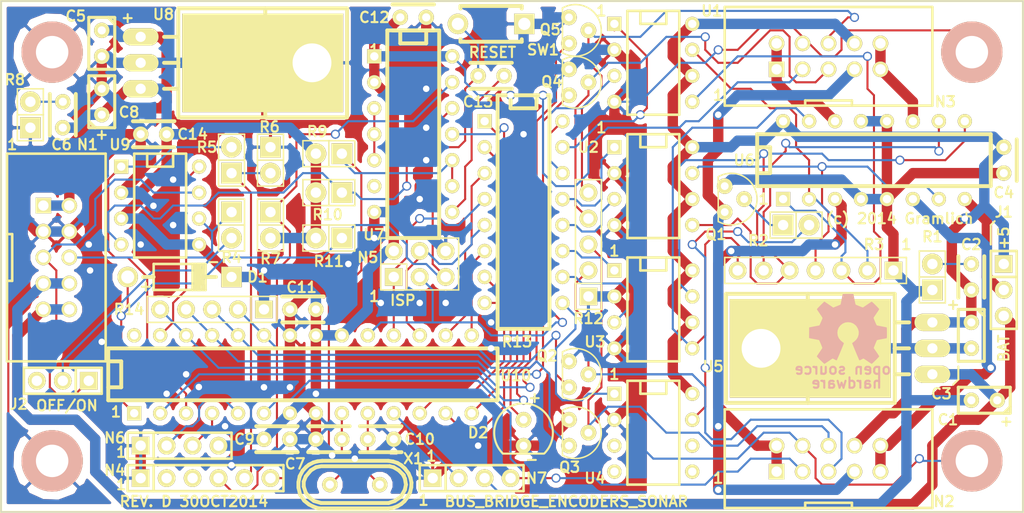
<source format=kicad_pcb>
(kicad_pcb (version 4) (host pcbnew "(2014-jul-16 BZR unknown)-product")
  (layers (0 F.Cu signal) (31 B.Cu signal) (34 B.Paste user) (35 F.Paste user) (36 B.SilkS user) (37 F.SilkS user) (38 B.Mask user) (39 F.Mask user) (44 Edge.Cuts user))
  (net 0 "")
  (net 1 "Net-(C2-Pad2)")
  (net 2 GND)
  (net 3 "Net-(C7-Pad1)")
  (net 4 "Net-(C10-Pad1)")
  (net 5 "Net-(J2-Pad2)")
  (net 6 /BGND)
  (net 7 "Net-(D2-Pad+)")
  (net 8 /Power/BPWR)
  (net 9 /Power/BGND)
  (net 10 /Power/LED_5V)
  (net 11 /Logic/LPWR)
  (net 12 "Net-(C6-Pad2)")
  (net 13 "Net-(C13-Pad1)")
  (net 14 /Logic/~RESET)
  (net 15 /Logic/CANH)
  (net 16 /Logic/CANL)
  (net 17 /Power/MOTOR1_A)
  (net 18 /Logic/ENC1_A)
  (net 19 /Logic/ENC1_B)
  (net 20 /Power/LED_EN)
  (net 21 /Power/MOTOR1_B)
  (net 22 /Power/MOTOR2_A)
  (net 23 /Logic/ENC2_A)
  (net 24 /Logic/ENC2_B)
  (net 25 /Power/MOTOR2_B)
  (net 26 "Net-(N4-Pad4)")
  (net 27 "Net-(N4-Pad5)")
  (net 28 "Net-(N4-Pad6)")
  (net 29 /Logic/D12)
  (net 30 /Logic/D13)
  (net 31 /Logic/D11)
  (net 32 /Logic/D3)
  (net 33 /Logic/D2)
  (net 34 /Logic/D5)
  (net 35 /Logic/D4)
  (net 36 "Net-(Q1-Pad2)")
  (net 37 /Logic/A0)
  (net 38 /Logic/A1)
  (net 39 /Logic/A2)
  (net 40 /Logic/A3)
  (net 41 "Net-(R2-Pad2)")
  (net 42 "Net-(R3-Pad2)")
  (net 43 "Net-(R3-Pad3)")
  (net 44 "Net-(R3-Pad4)")
  (net 45 "Net-(R3-Pad5)")
  (net 46 "Net-(R3-Pad6)")
  (net 47 "Net-(R3-Pad7)")
  (net 48 /Logic/TXD)
  (net 49 "Net-(R10-Pad1)")
  (net 50 /Logic/D7)
  (net 51 /Logic/D10)
  (net 52 /Logic/D9)
  (net 53 /Logic/D8)
  (net 54 /Logic/D6)
  (net 55 /Logic/ENC_EN)
  (net 56 /Logic/4A)
  (net 57 /Logic/EN34)
  (net 58 /Logic/3A)
  (net 59 /Logic/2A)
  (net 60 /Logic/EN12)
  (net 61 /Logic/1A)
  (net 62 "Net-(U7-Pad3)")
  (net 63 /Logic/RXD)
  (net 64 /Logic/A4)
  (net 65 /Power/MOTOR_POWER)
  (net 66 +5V)
  (module Bus_Bridge_Encoders_Sonar:Capacitor3MMDiscRM2.5 (layer F.Cu) (at 109.855 104.14 270)
    (fp_text reference C5 (at -2.667 2.54 540) (layer F.SilkS) (effects (font (size 1.016 1.016) (thickness 0.2032))))
    (fp_text value 22uF hide)
    (pad 1 thru_hole circle (at -1.27 0 270) (size 1.50114 1.50114) (drill 0.8001) (layers *.Cu *.Mask F.SilkS) (net 11 /Logic/LPWR))
    (pad 2 thru_hole circle (at 1.27 0 270) (size 1.50114 1.50114) (drill 0.8001) (layers *.Cu *.Mask F.SilkS) (net 2 GND))
  )
  (module Bus_Bridge_Encoders_Sonar:Capacitor4x3RM2-5_RevB (layer F.Cu) (at 106.045 111.125 90)
    (fp_text reference C6 (at -2.921 -0.127 360) (layer F.SilkS) (effects (font (size 1.016 1.016) (thickness 0.2032))))
    (fp_text value .1uF hide)
    (pad 1 thru_hole circle (at -1.27 0 90) (size 1.50114 1.50114) (drill 0.8001) (layers *.Cu *.Mask F.SilkS) (net 66 +5V))
    (pad 2 thru_hole circle (at 1.27 0 90) (size 1.50114 1.50114) (drill 0.8001) (layers *.Cu *.Mask F.SilkS) (net 12 "Net-(C6-Pad2)"))
  )
  (module Bus_Bridge_Encoders_Sonar:Capacitor3MMDiscRM2.5 (layer F.Cu) (at 109.855 109.855 90)
    (fp_text reference C8 (at -1.016 2.667 180) (layer F.SilkS) (effects (font (size 1.016 1.016) (thickness 0.2032))))
    (fp_text value 22uF hide)
    (pad 1 thru_hole circle (at -1.27 0 90) (size 1.50114 1.50114) (drill 0.8001) (layers *.Cu *.Mask F.SilkS) (net 66 +5V))
    (pad 2 thru_hole circle (at 1.27 0 90) (size 1.50114 1.50114) (drill 0.8001) (layers *.Cu *.Mask F.SilkS) (net 2 GND))
  )
  (module Bus_Bridge_Encoders_Sonar:Capacitor4x3RM2-5_RevB (layer F.Cu) (at 127 142.875)
    (fp_text reference C9 (at -3.175 0) (layer F.SilkS) (effects (font (size 1.016 1.016) (thickness 0.2032))))
    (fp_text value .1uF hide)
    (pad 1 thru_hole circle (at -1.27 0) (size 1.50114 1.50114) (drill 0.8001) (layers *.Cu *.Mask F.SilkS) (net 66 +5V))
    (pad 2 thru_hole circle (at 1.27 0) (size 1.50114 1.50114) (drill 0.8001) (layers *.Cu *.Mask F.SilkS) (net 2 GND))
  )
  (module Bus_Bridge_Encoders_Sonar:Diode_DO-41_SOD81_Horizontal_RM10 (layer F.Cu) (at 117.475 127)
    (fp_text reference D1 (at 7.62 0) (layer F.SilkS) (effects (font (size 1.016 1.016) (thickness 0.2032))))
    (fp_text value SD101C-TR hide)
    (fp_text user - (at 3.302 -1.524) (layer F.SilkS) (effects (font (size 1.016 1.016) (thickness 0.2032))))
    (fp_text user + (at -3.302 0.889) (layer F.SilkS) (effects (font (size 1.016 1.016) (thickness 0.2032))))
    (pad + thru_hole circle (at -5.08 0) (size 1.99898 1.99898) (drill 1.27) (layers *.Cu *.Mask F.SilkS) (net 14 /Logic/~RESET))
    (pad - thru_hole rect (at 5.08 0) (size 1.99898 1.99898) (drill 1.00076) (layers *.Cu *.Mask F.SilkS) (net 66 +5V))
  )
  (module Bus_Bridge_Encoders_Sonar:MountingHole_3mm (layer F.Cu) (at 105 105)
    (fp_text reference H1 (at 0 0) (layer F.SilkS) (effects (font (size 1.016 1.016) (thickness 0.2032))))
    (fp_text value 3MM_HOLE hide)
    (pad 1 thru_hole circle (at 0 0) (size 6 6) (drill 3.175) (layers *.Cu *.SilkS *.Mask) (net 2 GND))
  )
  (module Bus_Bridge_Encoders_Sonar:MountingHole_3mm (layer F.Cu) (at 195 105)
    (fp_text reference H2 (at 0 0) (layer F.SilkS) (effects (font (size 1.016 1.016) (thickness 0.2032))))
    (fp_text value 3MM_HOLE hide)
    (pad 1 thru_hole circle (at 0 0) (size 6 6) (drill 3.175) (layers *.Cu *.SilkS *.Mask) (net 2 GND))
  )
  (module Bus_Bridge_Encoders_Sonar:MountingHole_3mm (layer F.Cu) (at 105 145)
    (fp_text reference H3 (at 0 0) (layer F.SilkS) (effects (font (size 1.016 1.016) (thickness 0.2032))))
    (fp_text value 3MM_HOLE hide)
    (pad 1 thru_hole circle (at 0 0) (size 6 6) (drill 3.175) (layers *.Cu *.SilkS *.Mask) (net 2 GND))
  )
  (module Bus_Bridge_Encoders_Sonar:MountingHole_3mm (layer F.Cu) (at 195 145)
    (fp_text reference H4 (at 0 0) (layer F.SilkS) (effects (font (size 1.016 1.016) (thickness 0.2032))))
    (fp_text value 3MM_HOLE hide)
    (pad 1 thru_hole circle (at 0 0) (size 6 6) (drill 3.175) (layers *.Cu *.SilkS *.Mask) (net 2 GND))
  )
  (module Bus_Bridge_Encoders_Sonar:Pin_Header_Straight_1x03 (layer F.Cu) (at 198.12 128.27 270)
    (fp_text reference J1 (at -7.62 0 540) (layer F.SilkS) (effects (font (size 1.016 1.016) (thickness 0.2032))))
    (fp_text value POWER_SELECT hide)
    (pad 1 thru_hole rect (at -2.54 0 270) (size 1.7272 1.7272) (drill 1.016) (layers *.Cu *.Mask F.SilkS) (net 10 /Power/LED_5V))
    (pad 2 thru_hole circle (at 0 0 270) (size 1.7272 1.7272) (drill 1.016) (layers *.Cu *.Mask F.SilkS) (net 65 /Power/MOTOR_POWER))
    (pad 3 thru_hole circle (at 2.54 0 270) (size 1.7272 1.7272) (drill 1.016) (layers *.Cu *.Mask F.SilkS) (net 8 /Power/BPWR))
  )
  (module Bus_Bridge_Encoders_Sonar:Pin_Header_Straight_1x03 (layer F.Cu) (at 106.045 137.16 180)
    (fp_text reference J2 (at 4.318 -2.286 180) (layer F.SilkS) (effects (font (size 1.016 1.016) (thickness 0.2032))))
    (fp_text value TERMINATE_JUMPER hide)
    (pad 1 thru_hole rect (at -2.54 0 180) (size 1.7272 1.7272) (drill 1.016) (layers *.Cu *.Mask F.SilkS) (net 15 /Logic/CANH))
    (pad 2 thru_hole circle (at 0 0 180) (size 1.7272 1.7272) (drill 1.016) (layers *.Cu *.Mask F.SilkS) (net 5 "Net-(J2-Pad2)"))
    (pad 3 thru_hole circle (at 2.54 0 180) (size 1.7272 1.7272) (drill 1.016) (layers *.Cu *.Mask F.SilkS))
  )
  (module Bus_Bridge_Encoders_Sonar:Pin_Header_Straight_2x05_Shrouded (layer F.Cu) (at 105.41 125.095 270)
    (fp_text reference N1 (at -11.049 -3.048 360) (layer F.SilkS) (effects (font (size 1.016 1.016) (thickness 0.2032))))
    (fp_text value BUS_SLAVE_HEADER hide)
    (pad 1 thru_hole rect (at -5.08 1.27 270) (size 1.524 1.524) (drill 1.016) (layers *.Cu *.Mask F.SilkS) (net 11 /Logic/LPWR))
    (pad 2 thru_hole circle (at -5.08 -1.27 270) (size 1.524 1.524) (drill 1.016) (layers *.Cu *.Mask F.SilkS) (net 11 /Logic/LPWR))
    (pad 3 thru_hole circle (at -2.54 1.27 270) (size 1.524 1.524) (drill 1.016) (layers *.Cu *.Mask F.SilkS) (net 2 GND))
    (pad 4 thru_hole circle (at -2.54 -1.27 270) (size 1.524 1.524) (drill 1.016) (layers *.Cu *.Mask F.SilkS) (net 2 GND))
    (pad 5 thru_hole circle (at 0 1.27 270) (size 1.524 1.524) (drill 1.016) (layers *.Cu *.Mask F.SilkS) (net 15 /Logic/CANH))
    (pad 6 thru_hole circle (at 0 -1.27 270) (size 1.524 1.524) (drill 1.016) (layers *.Cu *.Mask F.SilkS) (net 16 /Logic/CANL))
    (pad 7 thru_hole circle (at 2.54 1.27 270) (size 1.524 1.524) (drill 1.016) (layers *.Cu *.Mask F.SilkS) (net 9 /Power/BGND))
    (pad 8 thru_hole circle (at 2.54 -1.27 270) (size 1.524 1.524) (drill 1.016) (layers *.Cu *.Mask F.SilkS) (net 9 /Power/BGND))
    (pad 9 thru_hole circle (at 5.08 1.27 270) (size 1.524 1.524) (drill 1.016) (layers *.Cu *.Mask F.SilkS) (net 8 /Power/BPWR))
    (pad 10 thru_hole circle (at 5.08 -1.27 270) (size 1.524 1.524) (drill 1.016) (layers *.Cu *.Mask F.SilkS) (net 8 /Power/BPWR))
  )
  (module Bus_Bridge_Encoders_Sonar:Pin_Header_Straight_1x04 (layer F.Cu) (at 146.05 146.685)
    (fp_text reference N7 (at 6.35 0) (layer F.SilkS) (effects (font (size 1.016 1.016) (thickness 0.2032))))
    (fp_text value HC_SR04_CONNECTOR hide)
    (pad 1 thru_hole rect (at -3.81 0) (size 1.7272 1.7272) (drill 1.016) (layers *.Cu *.Mask F.SilkS) (net 2 GND))
    (pad 2 thru_hole oval (at -1.27 0) (size 1.7272 1.7272) (drill 1.016) (layers *.Cu *.Mask F.SilkS) (net 34 /Logic/D5))
    (pad 3 thru_hole oval (at 1.27 0) (size 1.7272 1.7272) (drill 1.016) (layers *.Cu *.Mask F.SilkS) (net 35 /Logic/D4))
    (pad 4 thru_hole oval (at 3.81 0) (size 1.7272 1.7272) (drill 1.016) (layers *.Cu *.Mask F.SilkS) (net 66 +5V))
  )
  (module Bus_Bridge_Encoders_Sonar:Button_6.5MM (layer F.Cu) (at 147.955 102.235 180)
    (fp_text reference SW1 (at -5.08 -2.54 360) (layer F.SilkS) (effects (font (size 1.016 1.016) (thickness 0.2032))))
    (fp_text value MJTP1243 hide)
    (pad 1 thru_hole rect (at -3.2512 0 180) (size 1.99898 1.99898) (drill 1.19888) (layers *.Cu *.Mask F.SilkS) (net 2 GND))
    (pad 2 thru_hole circle (at 3.2512 0 180) (size 1.99898 1.99898) (drill 1.19888) (layers *.Cu *.Mask F.SilkS) (net 14 /Logic/~RESET))
  )
  (module Bus_Bridge_Encoders_Sonar:DIP-8__300 (layer F.Cu) (at 163.83 118.11 270)
    (fp_text reference U2 (at -3.81 6.35 360) (layer F.SilkS) (effects (font (size 1.016 1.016) (thickness 0.2032))))
    (fp_text value LTV-826 hide)
    (pad 1 thru_hole rect (at -3.81 3.81 270) (size 1.397 1.397) (drill 0.8128) (layers *.Cu *.Mask F.SilkS) (net 59 /Logic/2A))
    (pad 2 thru_hole circle (at -1.27 3.81 270) (size 1.397 1.397) (drill 0.8128) (layers *.Cu *.Mask F.SilkS) (net 2 GND))
    (pad 3 thru_hole circle (at 1.27 3.81 270) (size 1.397 1.397) (drill 0.8128) (layers *.Cu *.Mask F.SilkS) (net 58 /Logic/3A))
    (pad 4 thru_hole circle (at 3.81 3.81 270) (size 1.397 1.397) (drill 0.8128) (layers *.Cu *.Mask F.SilkS) (net 2 GND))
    (pad 5 thru_hole circle (at 3.81 -3.81 270) (size 1.397 1.397) (drill 0.8128) (layers *.Cu *.Mask F.SilkS) (net 45 "Net-(R3-Pad5)"))
    (pad 6 thru_hole circle (at 1.27 -3.81 270) (size 1.397 1.397) (drill 0.8128) (layers *.Cu *.Mask F.SilkS) (net 10 /Power/LED_5V))
    (pad 7 thru_hole circle (at -1.27 -3.81 270) (size 1.397 1.397) (drill 0.8128) (layers *.Cu *.Mask F.SilkS) (net 44 "Net-(R3-Pad4)"))
    (pad 8 thru_hole circle (at -3.81 -3.81 270) (size 1.397 1.397) (drill 0.8128) (layers *.Cu *.Mask F.SilkS) (net 10 /Power/LED_5V))
  )
  (module Bus_Bridge_Encoders_Sonar:DIP-8__300 (layer F.Cu) (at 163.83 130.175 270)
    (fp_text reference U3 (at 3.175 5.715 360) (layer F.SilkS) (effects (font (size 1.016 1.016) (thickness 0.2032))))
    (fp_text value LTV-826 hide)
    (pad 1 thru_hole rect (at -3.81 3.81 270) (size 1.397 1.397) (drill 0.8128) (layers *.Cu *.Mask F.SilkS) (net 57 /Logic/EN34))
    (pad 2 thru_hole circle (at -1.27 3.81 270) (size 1.397 1.397) (drill 0.8128) (layers *.Cu *.Mask F.SilkS) (net 2 GND))
    (pad 3 thru_hole circle (at 1.27 3.81 270) (size 1.397 1.397) (drill 0.8128) (layers *.Cu *.Mask F.SilkS) (net 56 /Logic/4A))
    (pad 4 thru_hole circle (at 3.81 3.81 270) (size 1.397 1.397) (drill 0.8128) (layers *.Cu *.Mask F.SilkS) (net 2 GND))
    (pad 5 thru_hole circle (at 3.81 -3.81 270) (size 1.397 1.397) (drill 0.8128) (layers *.Cu *.Mask F.SilkS) (net 47 "Net-(R3-Pad7)"))
    (pad 6 thru_hole circle (at 1.27 -3.81 270) (size 1.397 1.397) (drill 0.8128) (layers *.Cu *.Mask F.SilkS) (net 10 /Power/LED_5V))
    (pad 7 thru_hole circle (at -1.27 -3.81 270) (size 1.397 1.397) (drill 0.8128) (layers *.Cu *.Mask F.SilkS) (net 46 "Net-(R3-Pad6)"))
    (pad 8 thru_hole circle (at -3.81 -3.81 270) (size 1.397 1.397) (drill 0.8128) (layers *.Cu *.Mask F.SilkS) (net 10 /Power/LED_5V))
  )
  (module Bus_Bridge_Encoders_Sonar:DIP-8__300 (layer F.Cu) (at 163.83 142.24 270)
    (fp_text reference U4 (at 4.445 5.715 360) (layer F.SilkS) (effects (font (size 1.016 1.016) (thickness 0.2032))))
    (fp_text value LTV-826 hide)
    (pad 1 thru_hole rect (at -3.81 3.81 270) (size 1.397 1.397) (drill 0.8128) (layers *.Cu *.Mask F.SilkS) (net 55 /Logic/ENC_EN))
    (pad 2 thru_hole circle (at -1.27 3.81 270) (size 1.397 1.397) (drill 0.8128) (layers *.Cu *.Mask F.SilkS) (net 2 GND))
    (pad 3 thru_hole circle (at 1.27 3.81 270) (size 1.397 1.397) (drill 0.8128) (layers *.Cu *.Mask F.SilkS))
    (pad 4 thru_hole circle (at 3.81 3.81 270) (size 1.397 1.397) (drill 0.8128) (layers *.Cu *.Mask F.SilkS))
    (pad 5 thru_hole circle (at 3.81 -3.81 270) (size 1.397 1.397) (drill 0.8128) (layers *.Cu *.Mask F.SilkS))
    (pad 6 thru_hole circle (at 1.27 -3.81 270) (size 1.397 1.397) (drill 0.8128) (layers *.Cu *.Mask F.SilkS))
    (pad 7 thru_hole circle (at -1.27 -3.81 270) (size 1.397 1.397) (drill 0.8128) (layers *.Cu *.Mask F.SilkS) (net 41 "Net-(R2-Pad2)"))
    (pad 8 thru_hole circle (at -3.81 -3.81 270) (size 1.397 1.397) (drill 0.8128) (layers *.Cu *.Mask F.SilkS) (net 10 /Power/LED_5V))
  )
  (module Bus_Bridge_Encoders_Sonar:DIP-14__300 (layer F.Cu) (at 140.335 113.03 270)
    (fp_text reference U7 (at 9.8298 3.8608 360) (layer F.SilkS) (effects (font (size 1.016 1.016) (thickness 0.2032))))
    (fp_text value 74HCT08 hide)
    (pad 1 thru_hole rect (at -7.62 3.81 270) (size 1.397 1.397) (drill 0.8128) (layers *.Cu *.Mask F.SilkS) (net 66 +5V))
    (pad 2 thru_hole circle (at -5.08 3.81 270) (size 1.397 1.397) (drill 0.8128) (layers *.Cu *.Mask F.SilkS) (net 66 +5V))
    (pad 3 thru_hole circle (at -2.54 3.81 270) (size 1.397 1.397) (drill 0.8128) (layers *.Cu *.Mask F.SilkS) (net 62 "Net-(U7-Pad3)"))
    (pad 4 thru_hole circle (at 0 3.81 270) (size 1.397 1.397) (drill 0.8128) (layers *.Cu *.Mask F.SilkS) (net 62 "Net-(U7-Pad3)"))
    (pad 5 thru_hole circle (at 2.54 3.81 270) (size 1.397 1.397) (drill 0.8128) (layers *.Cu *.Mask F.SilkS) (net 62 "Net-(U7-Pad3)"))
    (pad 6 thru_hole circle (at 5.08 3.81 270) (size 1.397 1.397) (drill 0.8128) (layers *.Cu *.Mask F.SilkS))
    (pad 7 thru_hole circle (at 7.62 3.81 270) (size 1.397 1.397) (drill 0.8128) (layers *.Cu *.Mask F.SilkS) (net 2 GND))
    (pad 8 thru_hole circle (at 7.62 -3.81 270) (size 1.397 1.397) (drill 0.8128) (layers *.Cu *.Mask F.SilkS) (net 13 "Net-(C13-Pad1)"))
    (pad 9 thru_hole circle (at 5.08 -3.81 270) (size 1.397 1.397) (drill 0.8128) (layers *.Cu *.Mask F.SilkS) (net 28 "Net-(N4-Pad6)"))
    (pad 10 thru_hole circle (at 2.54 -3.81 270) (size 1.397 1.397) (drill 0.8128) (layers *.Cu *.Mask F.SilkS) (net 28 "Net-(N4-Pad6)"))
    (pad 11 thru_hole circle (at 0 -3.81 270) (size 1.397 1.397) (drill 0.8128) (layers *.Cu *.Mask F.SilkS) (net 63 /Logic/RXD))
    (pad 12 thru_hole circle (at -2.54 -3.81 270) (size 1.397 1.397) (drill 0.8128) (layers *.Cu *.Mask F.SilkS) (net 49 "Net-(R10-Pad1)"))
    (pad 13 thru_hole circle (at -5.08 -3.81 270) (size 1.397 1.397) (drill 0.8128) (layers *.Cu *.Mask F.SilkS) (net 26 "Net-(N4-Pad4)"))
    (pad 14 thru_hole circle (at -7.62 -3.81 270) (size 1.397 1.397) (drill 0.8128) (layers *.Cu *.Mask F.SilkS) (net 66 +5V))
  )
  (module Bus_Bridge_Encoders_Sonar:Crystal_HC49-U_Vertical (layer F.Cu) (at 134.62 147.32)
    (fp_text reference X1 (at 5.715 -2.54) (layer F.SilkS) (effects (font (size 1.016 1.016) (thickness 0.2032))))
    (fp_text value 16MHz hide)
    (pad 1 thru_hole circle (at -2.44094 0) (size 1.50114 1.50114) (drill 0.8001) (layers *.Cu *.Mask F.SilkS) (net 3 "Net-(C7-Pad1)"))
    (pad 2 thru_hole circle (at 2.44094 0) (size 1.50114 1.50114) (drill 0.8001) (layers *.Cu *.Mask F.SilkS) (net 4 "Net-(C10-Pad1)"))
  )
  (module Bus_Bridge_Encoders_Sonar:OSHW_LOGO_300mil (layer B.Cu) (at 182.88 132.08)
    (fp_text reference G1 hide)
    (fp_text value OSHW_LOGO hide)
  )
  (module Bus_Bridge_Encoders_Sonar:T1_LED (layer F.Cu) (at 151.13 142.24)
    (fp_text reference D2 (at -4.445 0 180) (layer F.SilkS) (effects (font (size 1.016 1.016) (thickness 0.2032))))
    (fp_text value LED hide)
    (fp_text user - (at 0.8128 2.5908 180) (layer F.SilkS) (effects (font (size 1.016 1.016) (thickness 0.2032))))
    (fp_text user + (at 1.0922 -3.4544) (layer F.SilkS) (effects (font (size 1.016 1.016) (thickness 0.2032))))
    (pad + thru_hole circle (at 0 -1.27) (size 1.524 1.524) (drill 0.762) (layers *.Cu *.Mask F.SilkS) (net 7 "Net-(D2-Pad+)"))
    (pad - thru_hole circle (at 0 1.27) (size 1.524 1.524) (drill 0.762) (layers *.Cu *.Mask F.SilkS) (net 2 GND))
  )
  (module Bus_Bridge_Encoders_Sonar:Capacitor3MMDiscRM2.5 (layer F.Cu) (at 196.215 139.065 180)
    (fp_text reference C1 (at 3.556 -1.905 180) (layer F.SilkS) (effects (font (size 1.016 1.016) (thickness 0.2032))))
    (fp_text value 22uF hide)
    (pad 1 thru_hole circle (at -1.27 0 180) (size 1.50114 1.50114) (drill 0.8001) (layers *.Cu *.Mask F.SilkS) (net 8 /Power/BPWR))
    (pad 2 thru_hole circle (at 1.27 0 180) (size 1.50114 1.50114) (drill 0.8001) (layers *.Cu *.Mask F.SilkS) (net 9 /Power/BGND))
  )
  (module Bus_Bridge_Encoders_Sonar:Capacitor4x3RM2-5_RevB (layer F.Cu) (at 194.945 127 90)
    (fp_text reference C2 (at 3.175 0 360) (layer F.SilkS) (effects (font (size 1.016 1.016) (thickness 0.2032))))
    (fp_text value .1uF hide)
    (pad 1 thru_hole circle (at -1.27 0 90) (size 1.50114 1.50114) (drill 0.8001) (layers *.Cu *.Mask F.SilkS) (net 10 /Power/LED_5V))
    (pad 2 thru_hole circle (at 1.27 0 90) (size 1.50114 1.50114) (drill 0.8001) (layers *.Cu *.Mask F.SilkS) (net 1 "Net-(C2-Pad2)"))
  )
  (module Bus_Bridge_Encoders_Sonar:Capacitor3MMDiscRM2.5 (layer F.Cu) (at 194.945 132.715 270)
    (fp_text reference C3 (at 5.715 2.921 360) (layer F.SilkS) (effects (font (size 1.016 1.016) (thickness 0.2032))))
    (fp_text value 22uF hide)
    (pad 1 thru_hole circle (at -1.27 0 270) (size 1.50114 1.50114) (drill 0.8001) (layers *.Cu *.Mask F.SilkS) (net 10 /Power/LED_5V))
    (pad 2 thru_hole circle (at 1.27 0 270) (size 1.50114 1.50114) (drill 0.8001) (layers *.Cu *.Mask F.SilkS) (net 9 /Power/BGND))
  )
  (module Bus_Bridge_Encoders_Sonar:Capacitor4x3RM2-5_RevB (layer F.Cu) (at 198.12 115.57 270)
    (fp_text reference C4 (at 3.175 0 540) (layer F.SilkS) (effects (font (size 1.016 1.016) (thickness 0.2032))))
    (fp_text value .1uF hide)
    (pad 1 thru_hole circle (at -1.27 0 270) (size 1.50114 1.50114) (drill 0.8001) (layers *.Cu *.Mask F.SilkS) (net 10 /Power/LED_5V))
    (pad 2 thru_hole circle (at 1.27 0 270) (size 1.50114 1.50114) (drill 0.8001) (layers *.Cu *.Mask F.SilkS) (net 9 /Power/BGND))
  )
  (module Bus_Bridge_Encoders_Sonar:Capacitor4x3RM2-5_RevB (layer F.Cu) (at 132.08 142.875 180)
    (fp_text reference C7 (at 3.302 -2.413 360) (layer F.SilkS) (effects (font (size 1.016 1.016) (thickness 0.2032))))
    (fp_text value 18pF hide)
    (pad 1 thru_hole circle (at -1.27 0 180) (size 1.50114 1.50114) (drill 0.8001) (layers *.Cu *.Mask F.SilkS) (net 3 "Net-(C7-Pad1)"))
    (pad 2 thru_hole circle (at 1.27 0 180) (size 1.50114 1.50114) (drill 0.8001) (layers *.Cu *.Mask F.SilkS) (net 2 GND))
  )
  (module Bus_Bridge_Encoders_Sonar:Capacitor4x3RM2-5_RevB (layer F.Cu) (at 137.16 142.875)
    (fp_text reference C10 (at 3.81 0 180) (layer F.SilkS) (effects (font (size 1.016 1.016) (thickness 0.2032))))
    (fp_text value 18pF hide)
    (pad 1 thru_hole circle (at -1.27 0) (size 1.50114 1.50114) (drill 0.8001) (layers *.Cu *.Mask F.SilkS) (net 4 "Net-(C10-Pad1)"))
    (pad 2 thru_hole circle (at 1.27 0) (size 1.50114 1.50114) (drill 0.8001) (layers *.Cu *.Mask F.SilkS) (net 2 GND))
  )
  (module Bus_Bridge_Encoders_Sonar:Capacitor4x3RM2-5_RevB (layer F.Cu) (at 129.54 130.175 180)
    (fp_text reference C11 (at 0.127 2.159 360) (layer F.SilkS) (effects (font (size 1.016 1.016) (thickness 0.2032))))
    (fp_text value .1uF hide)
    (pad 1 thru_hole circle (at -1.27 0 180) (size 1.50114 1.50114) (drill 0.8001) (layers *.Cu *.Mask F.SilkS) (net 66 +5V))
    (pad 2 thru_hole circle (at 1.27 0 180) (size 1.50114 1.50114) (drill 0.8001) (layers *.Cu *.Mask F.SilkS) (net 2 GND))
  )
  (module Bus_Bridge_Encoders_Sonar:Capacitor4x3RM2-5_RevB (layer F.Cu) (at 140.335 101.6)
    (fp_text reference C12 (at -3.81 0 180) (layer F.SilkS) (effects (font (size 1.016 1.016) (thickness 0.2032))))
    (fp_text value .1uF hide)
    (pad 1 thru_hole circle (at -1.27 0) (size 1.50114 1.50114) (drill 0.8001) (layers *.Cu *.Mask F.SilkS) (net 66 +5V))
    (pad 2 thru_hole circle (at 1.27 0) (size 1.50114 1.50114) (drill 0.8001) (layers *.Cu *.Mask F.SilkS) (net 2 GND))
  )
  (module Bus_Bridge_Encoders_Sonar:Capacitor4x3RM2-5_RevB (layer F.Cu) (at 147.955 107.315 180)
    (fp_text reference C13 (at 1.27 -2.54 360) (layer F.SilkS) (effects (font (size 1.016 1.016) (thickness 0.2032))))
    (fp_text value 1uF hide)
    (pad 1 thru_hole circle (at -1.27 0 180) (size 1.50114 1.50114) (drill 0.8001) (layers *.Cu *.Mask F.SilkS) (net 13 "Net-(C13-Pad1)"))
    (pad 2 thru_hole circle (at 1.27 0 180) (size 1.50114 1.50114) (drill 0.8001) (layers *.Cu *.Mask F.SilkS) (net 14 /Logic/~RESET))
  )
  (module Bus_Bridge_Encoders_Sonar:Pin_Header_Straight_2x05_Shrouded (layer F.Cu) (at 180.975 144.78)
    (fp_text reference N2 (at 11.303 4.191) (layer F.SilkS) (effects (font (size 1.016 1.016) (thickness 0.2032))))
    (fp_text value MOTOR_ENCODER_CONN_2X5 hide)
    (pad 1 thru_hole rect (at -5.08 1.27) (size 1.524 1.524) (drill 1.016) (layers *.Cu *.Mask F.SilkS) (net 17 /Power/MOTOR1_A))
    (pad 2 thru_hole circle (at -5.08 -1.27) (size 1.524 1.524) (drill 1.016) (layers *.Cu *.Mask F.SilkS) (net 17 /Power/MOTOR1_A))
    (pad 3 thru_hole circle (at -2.54 1.27) (size 1.524 1.524) (drill 1.016) (layers *.Cu *.Mask F.SilkS) (net 66 +5V))
    (pad 4 thru_hole circle (at -2.54 -1.27) (size 1.524 1.524) (drill 1.016) (layers *.Cu *.Mask F.SilkS) (net 2 GND))
    (pad 5 thru_hole circle (at 0 1.27) (size 1.524 1.524) (drill 1.016) (layers *.Cu *.Mask F.SilkS) (net 18 /Logic/ENC1_A))
    (pad 6 thru_hole circle (at 0 -1.27) (size 1.524 1.524) (drill 1.016) (layers *.Cu *.Mask F.SilkS) (net 19 /Logic/ENC1_B))
    (pad 7 thru_hole circle (at 2.54 1.27) (size 1.524 1.524) (drill 1.016) (layers *.Cu *.Mask F.SilkS) (net 20 /Power/LED_EN))
    (pad 8 thru_hole circle (at 2.54 -1.27) (size 1.524 1.524) (drill 1.016) (layers *.Cu *.Mask F.SilkS) (net 10 /Power/LED_5V))
    (pad 9 thru_hole circle (at 5.08 1.27) (size 1.524 1.524) (drill 1.016) (layers *.Cu *.Mask F.SilkS) (net 21 /Power/MOTOR1_B))
    (pad 10 thru_hole circle (at 5.08 -1.27) (size 1.524 1.524) (drill 1.016) (layers *.Cu *.Mask F.SilkS) (net 21 /Power/MOTOR1_B))
  )
  (module Bus_Bridge_Encoders_Sonar:Pin_Header_Straight_2x05_Shrouded (layer F.Cu) (at 180.975 105.41)
    (fp_text reference N3 (at 11.43 4.445) (layer F.SilkS) (effects (font (size 1.016 1.016) (thickness 0.2032))))
    (fp_text value MOTOR_ENCODER_CONN_2X5 hide)
    (pad 1 thru_hole rect (at -5.08 1.27) (size 1.524 1.524) (drill 1.016) (layers *.Cu *.Mask F.SilkS) (net 25 /Power/MOTOR2_B))
    (pad 2 thru_hole circle (at -5.08 -1.27) (size 1.524 1.524) (drill 1.016) (layers *.Cu *.Mask F.SilkS) (net 25 /Power/MOTOR2_B))
    (pad 3 thru_hole circle (at -2.54 1.27) (size 1.524 1.524) (drill 1.016) (layers *.Cu *.Mask F.SilkS) (net 66 +5V))
    (pad 4 thru_hole circle (at -2.54 -1.27) (size 1.524 1.524) (drill 1.016) (layers *.Cu *.Mask F.SilkS) (net 2 GND))
    (pad 5 thru_hole circle (at 0 1.27) (size 1.524 1.524) (drill 1.016) (layers *.Cu *.Mask F.SilkS) (net 23 /Logic/ENC2_A))
    (pad 6 thru_hole circle (at 0 -1.27) (size 1.524 1.524) (drill 1.016) (layers *.Cu *.Mask F.SilkS) (net 24 /Logic/ENC2_B))
    (pad 7 thru_hole circle (at 2.54 1.27) (size 1.524 1.524) (drill 1.016) (layers *.Cu *.Mask F.SilkS) (net 20 /Power/LED_EN))
    (pad 8 thru_hole circle (at 2.54 -1.27) (size 1.524 1.524) (drill 1.016) (layers *.Cu *.Mask F.SilkS) (net 10 /Power/LED_5V))
    (pad 9 thru_hole circle (at 5.08 1.27) (size 1.524 1.524) (drill 1.016) (layers *.Cu *.Mask F.SilkS) (net 22 /Power/MOTOR2_A))
    (pad 10 thru_hole circle (at 5.08 -1.27) (size 1.524 1.524) (drill 1.016) (layers *.Cu *.Mask F.SilkS) (net 22 /Power/MOTOR2_A))
  )
  (module Bus_Bridge_Encoders_Sonar:Pin_Header_Straight_1x06 (layer F.Cu) (at 120.015 146.685)
    (fp_text reference N4 (at -8.89 -0.762) (layer F.SilkS) (effects (font (size 1.016 1.016) (thickness 0.2032))))
    (fp_text value FTDI_HEADER hide)
    (pad 1 thru_hole rect (at -6.35 0) (size 1.7272 1.7272) (drill 1.016) (layers *.Cu *.Mask F.SilkS) (net 2 GND))
    (pad 2 thru_hole circle (at -3.81 0) (size 1.7272 1.7272) (drill 1.016) (layers *.Cu *.Mask F.SilkS))
    (pad 3 thru_hole circle (at -1.27 0) (size 1.7272 1.7272) (drill 1.016) (layers *.Cu *.Mask F.SilkS))
    (pad 4 thru_hole circle (at 1.27 0) (size 1.7272 1.7272) (drill 1.016) (layers *.Cu *.Mask F.SilkS) (net 26 "Net-(N4-Pad4)"))
    (pad 5 thru_hole circle (at 3.81 0) (size 1.7272 1.7272) (drill 1.016) (layers *.Cu *.Mask F.SilkS) (net 27 "Net-(N4-Pad5)"))
    (pad 6 thru_hole circle (at 6.35 0) (size 1.7272 1.7272) (drill 1.016) (layers *.Cu *.Mask F.SilkS) (net 28 "Net-(N4-Pad6)"))
  )
  (module Bus_Bridge_Encoders_Sonar:Pin_Header_Straight_2x03 (layer F.Cu) (at 140.97 125.73)
    (fp_text reference N5 (at -5.08 -0.635) (layer F.SilkS) (effects (font (size 1.016 1.016) (thickness 0.2032))))
    (fp_text value AVR_ISP_HEADER hide)
    (pad 1 thru_hole rect (at -2.54 1.27) (size 1.7272 1.7272) (drill 1.016) (layers *.Cu *.Mask F.SilkS) (net 29 /Logic/D12))
    (pad 2 thru_hole oval (at -2.54 -1.27) (size 1.7272 1.7272) (drill 1.016) (layers *.Cu *.Mask F.SilkS) (net 66 +5V))
    (pad 3 thru_hole oval (at 0 1.27) (size 1.7272 1.7272) (drill 1.016) (layers *.Cu *.Mask F.SilkS) (net 30 /Logic/D13))
    (pad 4 thru_hole oval (at 0 -1.27) (size 1.7272 1.7272) (drill 1.016) (layers *.Cu *.Mask F.SilkS) (net 31 /Logic/D11))
    (pad 5 thru_hole oval (at 2.54 1.27) (size 1.7272 1.7272) (drill 1.016) (layers *.Cu *.Mask F.SilkS) (net 14 /Logic/~RESET))
    (pad 6 thru_hole oval (at 2.54 -1.27) (size 1.7272 1.7272) (drill 1.016) (layers *.Cu *.Mask F.SilkS) (net 2 GND))
  )
  (module Bus_Bridge_Encoders_Sonar:Pin_Header_Straight_1x04 (layer F.Cu) (at 117.475 143.51)
    (fp_text reference N6 (at -6.35 -0.762) (layer F.SilkS) (effects (font (size 1.016 1.016) (thickness 0.2032))))
    (fp_text value HC_SR04_CONNECTOR hide)
    (pad 1 thru_hole rect (at -3.81 0) (size 1.7272 1.7272) (drill 1.016) (layers *.Cu *.Mask F.SilkS) (net 2 GND))
    (pad 2 thru_hole oval (at -1.27 0) (size 1.7272 1.7272) (drill 1.016) (layers *.Cu *.Mask F.SilkS) (net 32 /Logic/D3))
    (pad 3 thru_hole oval (at 1.27 0) (size 1.7272 1.7272) (drill 1.016) (layers *.Cu *.Mask F.SilkS) (net 33 /Logic/D2))
    (pad 4 thru_hole oval (at 3.81 0) (size 1.7272 1.7272) (drill 1.016) (layers *.Cu *.Mask F.SilkS) (net 66 +5V))
  )
  (module Bus_Bridge_Encoders_Sonar:Pin_Header_Straight_1x07 (layer F.Cu) (at 179.705 126.365 180)
    (fp_text reference R3 (at -5.715 2.54 180) (layer F.SilkS) (effects (font (size 1.016 1.016) (thickness 0.2032))))
    (fp_text value 10Kx6 hide)
    (pad 1 thru_hole rect (at -7.62 0 180) (size 1.7272 1.7272) (drill 1.016) (layers *.Cu *.Mask F.SilkS) (net 9 /Power/BGND))
    (pad 2 thru_hole circle (at -5.08 0 180) (size 1.7272 1.7272) (drill 1.016) (layers *.Cu *.Mask F.SilkS) (net 42 "Net-(R3-Pad2)"))
    (pad 3 thru_hole circle (at -2.54 0 180) (size 1.7272 1.7272) (drill 1.016) (layers *.Cu *.Mask F.SilkS) (net 43 "Net-(R3-Pad3)"))
    (pad 4 thru_hole circle (at 0 0 180) (size 1.7272 1.7272) (drill 1.016) (layers *.Cu *.Mask F.SilkS) (net 44 "Net-(R3-Pad4)"))
    (pad 5 thru_hole circle (at 2.54 0 180) (size 1.7272 1.7272) (drill 1.016) (layers *.Cu *.Mask F.SilkS) (net 45 "Net-(R3-Pad5)"))
    (pad 6 thru_hole circle (at 5.08 0 180) (size 1.7272 1.7272) (drill 1.016) (layers *.Cu *.Mask F.SilkS) (net 46 "Net-(R3-Pad6)"))
    (pad 7 thru_hole circle (at 7.62 0 180) (size 1.7272 1.7272) (drill 1.016) (layers *.Cu *.Mask F.SilkS) (net 47 "Net-(R3-Pad7)"))
  )
  (module Bus_Bridge_Encoders_Sonar:Pin_Header_Straight_1x05 (layer F.Cu) (at 157.48 123.825 90)
    (fp_text reference R12 (at -7.239 0 180) (layer F.SilkS) (effects (font (size 1.016 1.016) (thickness 0.2032))))
    (fp_text value 4K7x4 hide)
    (pad 1 thru_hole rect (at -5.08 0 90) (size 1.7272 1.7272) (drill 1.016) (layers *.Cu *.Mask F.SilkS) (net 2 GND))
    (pad 2 thru_hole circle (at -2.54 0 90) (size 1.7272 1.7272) (drill 1.016) (layers *.Cu *.Mask F.SilkS) (net 18 /Logic/ENC1_A))
    (pad 3 thru_hole circle (at 0 0 90) (size 1.7272 1.7272) (drill 1.016) (layers *.Cu *.Mask F.SilkS) (net 19 /Logic/ENC1_B))
    (pad 4 thru_hole circle (at 2.54 0 90) (size 1.7272 1.7272) (drill 1.016) (layers *.Cu *.Mask F.SilkS) (net 23 /Logic/ENC2_A))
    (pad 5 thru_hole circle (at 5.08 0 90) (size 1.7272 1.7272) (drill 1.016) (layers *.Cu *.Mask F.SilkS) (net 24 /Logic/ENC2_B))
  )
  (module Bus_Bridge_Encoders_Sonar:DIP-16__300 (layer F.Cu) (at 151.13 120.65 270)
    (fp_text reference R13 (at 12.7 0.635 360) (layer F.SilkS) (effects (font (size 1.016 1.016) (thickness 0.2032))))
    (fp_text value 470_DIP16 hide)
    (pad 1 thru_hole rect (at -8.89 3.81 270) (size 1.397 1.397) (drill 0.8128) (layers *.Cu *.Mask F.SilkS) (net 7 "Net-(D2-Pad+)"))
    (pad 2 thru_hole circle (at -6.35 3.81 270) (size 1.397 1.397) (drill 0.8128) (layers *.Cu *.Mask F.SilkS) (net 50 /Logic/D7))
    (pad 3 thru_hole circle (at -3.81 3.81 270) (size 1.397 1.397) (drill 0.8128) (layers *.Cu *.Mask F.SilkS) (net 51 /Logic/D10))
    (pad 4 thru_hole circle (at -1.27 3.81 270) (size 1.397 1.397) (drill 0.8128) (layers *.Cu *.Mask F.SilkS) (net 29 /Logic/D12))
    (pad 5 thru_hole circle (at 1.27 3.81 270) (size 1.397 1.397) (drill 0.8128) (layers *.Cu *.Mask F.SilkS) (net 31 /Logic/D11))
    (pad 6 thru_hole circle (at 3.81 3.81 270) (size 1.397 1.397) (drill 0.8128) (layers *.Cu *.Mask F.SilkS) (net 52 /Logic/D9))
    (pad 7 thru_hole circle (at 6.35 3.81 270) (size 1.397 1.397) (drill 0.8128) (layers *.Cu *.Mask F.SilkS) (net 53 /Logic/D8))
    (pad 8 thru_hole circle (at 8.89 3.81 270) (size 1.397 1.397) (drill 0.8128) (layers *.Cu *.Mask F.SilkS) (net 54 /Logic/D6))
    (pad 9 thru_hole circle (at 8.89 -3.81 270) (size 1.397 1.397) (drill 0.8128) (layers *.Cu *.Mask F.SilkS) (net 55 /Logic/ENC_EN))
    (pad 10 thru_hole circle (at 6.35 -3.81 270) (size 1.397 1.397) (drill 0.8128) (layers *.Cu *.Mask F.SilkS) (net 56 /Logic/4A))
    (pad 11 thru_hole circle (at 3.81 -3.81 270) (size 1.397 1.397) (drill 0.8128) (layers *.Cu *.Mask F.SilkS) (net 57 /Logic/EN34))
    (pad 12 thru_hole circle (at 1.27 -3.81 270) (size 1.397 1.397) (drill 0.8128) (layers *.Cu *.Mask F.SilkS) (net 58 /Logic/3A))
    (pad 13 thru_hole circle (at -1.27 -3.81 270) (size 1.397 1.397) (drill 0.8128) (layers *.Cu *.Mask F.SilkS) (net 59 /Logic/2A))
    (pad 14 thru_hole circle (at -3.81 -3.81 270) (size 1.397 1.397) (drill 0.8128) (layers *.Cu *.Mask F.SilkS) (net 60 /Logic/EN12))
    (pad 15 thru_hole circle (at -6.35 -3.81 270) (size 1.397 1.397) (drill 0.8128) (layers *.Cu *.Mask F.SilkS) (net 61 /Logic/1A))
    (pad 16 thru_hole circle (at -8.89 -3.81 270) (size 1.397 1.397) (drill 0.8128) (layers *.Cu *.Mask F.SilkS) (net 30 /Logic/D13))
  )
  (module Bus_Bridge_Encoders_Sonar:Pin_Header_Straight_1x05 (layer F.Cu) (at 120.65 130.175 180)
    (fp_text reference R14 (at 8.128 0 180) (layer F.SilkS) (effects (font (size 1.016 1.016) (thickness 0.2032))))
    (fp_text value 3K3x4 hide)
    (pad 1 thru_hole rect (at -5.08 0 180) (size 1.7272 1.7272) (drill 1.016) (layers *.Cu *.Mask F.SilkS) (net 66 +5V))
    (pad 2 thru_hole circle (at -2.54 0 180) (size 1.7272 1.7272) (drill 1.016) (layers *.Cu *.Mask F.SilkS) (net 37 /Logic/A0))
    (pad 3 thru_hole circle (at 0 0 180) (size 1.7272 1.7272) (drill 1.016) (layers *.Cu *.Mask F.SilkS) (net 38 /Logic/A1))
    (pad 4 thru_hole circle (at 2.54 0 180) (size 1.7272 1.7272) (drill 1.016) (layers *.Cu *.Mask F.SilkS) (net 39 /Logic/A2))
    (pad 5 thru_hole circle (at 5.08 0 180) (size 1.7272 1.7272) (drill 1.016) (layers *.Cu *.Mask F.SilkS) (net 40 /Logic/A3))
  )
  (module Bus_Bridge_Encoders_Sonar:DIP-8__300 (layer F.Cu) (at 163.83 106.045 270)
    (fp_text reference U1 (at -5.08 -5.715 360) (layer F.SilkS) (effects (font (size 1.016 1.016) (thickness 0.2032))))
    (fp_text value LTV-826 hide)
    (pad 1 thru_hole rect (at -3.81 3.81 270) (size 1.397 1.397) (drill 0.8128) (layers *.Cu *.Mask F.SilkS) (net 61 /Logic/1A))
    (pad 2 thru_hole circle (at -1.27 3.81 270) (size 1.397 1.397) (drill 0.8128) (layers *.Cu *.Mask F.SilkS) (net 2 GND))
    (pad 3 thru_hole circle (at 1.27 3.81 270) (size 1.397 1.397) (drill 0.8128) (layers *.Cu *.Mask F.SilkS) (net 60 /Logic/EN12))
    (pad 4 thru_hole circle (at 3.81 3.81 270) (size 1.397 1.397) (drill 0.8128) (layers *.Cu *.Mask F.SilkS) (net 2 GND))
    (pad 5 thru_hole circle (at 3.81 -3.81 270) (size 1.397 1.397) (drill 0.8128) (layers *.Cu *.Mask F.SilkS) (net 43 "Net-(R3-Pad3)"))
    (pad 6 thru_hole circle (at 1.27 -3.81 270) (size 1.397 1.397) (drill 0.8128) (layers *.Cu *.Mask F.SilkS) (net 10 /Power/LED_5V))
    (pad 7 thru_hole circle (at -1.27 -3.81 270) (size 1.397 1.397) (drill 0.8128) (layers *.Cu *.Mask F.SilkS) (net 42 "Net-(R3-Pad2)"))
    (pad 8 thru_hole circle (at -3.81 -3.81 270) (size 1.397 1.397) (drill 0.8128) (layers *.Cu *.Mask F.SilkS) (net 10 /Power/LED_5V))
  )
  (module Bus_Bridge_Encoders_Sonar:TO-220_Neutral123_Horizontal_LargePads (layer F.Cu) (at 191.135 133.985 90)
    (fp_text reference U5 (at -1.778 -21.463 180) (layer F.SilkS) (effects (font (size 1.016 1.016) (thickness 0.2032))))
    (fp_text value LM2940 hide)
    (pad 2 thru_hole oval (at 0 0 180) (size 3.50012 1.69926) (drill 1.00076) (layers *.Cu *.Mask F.SilkS) (net 9 /Power/BGND))
    (pad 1 thru_hole oval (at -2.54 0 180) (size 3.50012 1.69926) (drill 1.00076) (layers *.Cu *.Mask F.SilkS) (net 8 /Power/BPWR))
    (pad 3 thru_hole oval (at 2.54 0 180) (size 3.50012 1.69926) (drill 1.00076) (layers *.Cu *.Mask F.SilkS) (net 10 /Power/LED_5V))
    (pad 2 thru_hole rect (at 0 -16.764 180) (size 15.748 9.652) (drill 3.79984 (offset -4.826 0)) (layers *.Cu F.SilkS F.Mask) (net 9 /Power/BGND))
  )
  (module Bus_Bridge_Encoders_Sonar:DIP-16__300 (layer F.Cu) (at 185.42 115.57)
    (fp_text reference U6 (at -12.7 0) (layer F.SilkS) (effects (font (size 1.016 1.016) (thickness 0.2032))))
    (fp_text value 754410 hide)
    (pad 1 thru_hole rect (at -8.89 3.81) (size 1.397 1.397) (drill 0.8128) (layers *.Cu *.Mask F.SilkS) (net 43 "Net-(R3-Pad3)"))
    (pad 2 thru_hole circle (at -6.35 3.81) (size 1.397 1.397) (drill 0.8128) (layers *.Cu *.Mask F.SilkS) (net 42 "Net-(R3-Pad2)"))
    (pad 3 thru_hole circle (at -3.81 3.81) (size 1.397 1.397) (drill 0.8128) (layers *.Cu *.Mask F.SilkS) (net 17 /Power/MOTOR1_A))
    (pad 4 thru_hole circle (at -1.27 3.81) (size 1.397 1.397) (drill 0.8128) (layers *.Cu *.Mask F.SilkS) (net 9 /Power/BGND))
    (pad 5 thru_hole circle (at 1.27 3.81) (size 1.397 1.397) (drill 0.8128) (layers *.Cu *.Mask F.SilkS) (net 9 /Power/BGND))
    (pad 6 thru_hole circle (at 3.81 3.81) (size 1.397 1.397) (drill 0.8128) (layers *.Cu *.Mask F.SilkS) (net 21 /Power/MOTOR1_B))
    (pad 7 thru_hole circle (at 6.35 3.81) (size 1.397 1.397) (drill 0.8128) (layers *.Cu *.Mask F.SilkS) (net 44 "Net-(R3-Pad4)"))
    (pad 8 thru_hole circle (at 8.89 3.81) (size 1.397 1.397) (drill 0.8128) (layers *.Cu *.Mask F.SilkS) (net 65 /Power/MOTOR_POWER))
    (pad 9 thru_hole circle (at 8.89 -3.81) (size 1.397 1.397) (drill 0.8128) (layers *.Cu *.Mask F.SilkS) (net 46 "Net-(R3-Pad6)"))
    (pad 10 thru_hole circle (at 6.35 -3.81) (size 1.397 1.397) (drill 0.8128) (layers *.Cu *.Mask F.SilkS) (net 45 "Net-(R3-Pad5)"))
    (pad 11 thru_hole circle (at 3.81 -3.81) (size 1.397 1.397) (drill 0.8128) (layers *.Cu *.Mask F.SilkS) (net 22 /Power/MOTOR2_A))
    (pad 12 thru_hole circle (at 1.27 -3.81) (size 1.397 1.397) (drill 0.8128) (layers *.Cu *.Mask F.SilkS) (net 9 /Power/BGND))
    (pad 13 thru_hole circle (at -1.27 -3.81) (size 1.397 1.397) (drill 0.8128) (layers *.Cu *.Mask F.SilkS) (net 9 /Power/BGND))
    (pad 14 thru_hole circle (at -3.81 -3.81) (size 1.397 1.397) (drill 0.8128) (layers *.Cu *.Mask F.SilkS) (net 25 /Power/MOTOR2_B))
    (pad 15 thru_hole circle (at -6.35 -3.81) (size 1.397 1.397) (drill 0.8128) (layers *.Cu *.Mask F.SilkS) (net 47 "Net-(R3-Pad7)"))
    (pad 16 thru_hole circle (at -8.89 -3.81) (size 1.397 1.397) (drill 0.8128) (layers *.Cu *.Mask F.SilkS) (net 10 /Power/LED_5V))
  )
  (module Bus_Bridge_Encoders_Sonar:TO-220_Neutral123_Horizontal_LargePads (layer F.Cu) (at 113.665 106.045 270)
    (fp_text reference U8 (at -4.73456 -2.23012 360) (layer F.SilkS) (effects (font (size 1.016 1.016) (thickness 0.2032))))
    (fp_text value LM2940 hide)
    (pad 2 thru_hole oval (at 0 0) (size 3.50012 1.69926) (drill 1.00076) (layers *.Cu *.Mask F.SilkS) (net 2 GND))
    (pad 1 thru_hole oval (at -2.54 0) (size 3.50012 1.69926) (drill 1.00076) (layers *.Cu *.Mask F.SilkS) (net 11 /Logic/LPWR))
    (pad 3 thru_hole oval (at 2.54 0) (size 3.50012 1.69926) (drill 1.00076) (layers *.Cu *.Mask F.SilkS) (net 66 +5V))
    (pad 2 thru_hole rect (at 0 -16.764) (size 15.748 9.652) (drill 3.79984 (offset -4.826 0)) (layers *.Cu F.SilkS F.Mask) (net 2 GND))
  )
  (module Bus_Bridge_Encoders_Sonar:DIP-8__300 (layer F.Cu) (at 115.57 120.015 270)
    (fp_text reference U9 (at -5.969 3.937 360) (layer F.SilkS) (effects (font (size 1.016 1.016) (thickness 0.2032))))
    (fp_text value MCP2562 hide)
    (pad 1 thru_hole rect (at -3.81 3.81 270) (size 1.397 1.397) (drill 0.8128) (layers *.Cu *.Mask F.SilkS) (net 48 /Logic/TXD))
    (pad 2 thru_hole circle (at -1.27 3.81 270) (size 1.397 1.397) (drill 0.8128) (layers *.Cu *.Mask F.SilkS) (net 2 GND))
    (pad 3 thru_hole circle (at 1.27 3.81 270) (size 1.397 1.397) (drill 0.8128) (layers *.Cu *.Mask F.SilkS) (net 66 +5V))
    (pad 4 thru_hole circle (at 3.81 3.81 270) (size 1.397 1.397) (drill 0.8128) (layers *.Cu *.Mask F.SilkS) (net 49 "Net-(R10-Pad1)"))
    (pad 5 thru_hole circle (at 3.81 -3.81 270) (size 1.397 1.397) (drill 0.8128) (layers *.Cu *.Mask F.SilkS) (net 66 +5V))
    (pad 6 thru_hole circle (at 1.27 -3.81 270) (size 1.397 1.397) (drill 0.8128) (layers *.Cu *.Mask F.SilkS) (net 16 /Logic/CANL))
    (pad 7 thru_hole circle (at -1.27 -3.81 270) (size 1.397 1.397) (drill 0.8128) (layers *.Cu *.Mask F.SilkS) (net 15 /Logic/CANH))
    (pad 8 thru_hole circle (at -3.81 -3.81 270) (size 1.397 1.397) (drill 0.8128) (layers *.Cu *.Mask F.SilkS) (net 64 /Logic/A4))
  )
  (module Bus_Bridge_Encoders_Sonar:DIP-28__300 (layer F.Cu) (at 129.54 136.525)
    (fp_text reference U10 (at 20.828 0.127 180) (layer F.SilkS) (effects (font (size 1.016 1.016) (thickness 0.2032))))
    (fp_text value ATMEGA328_DIP28 hide)
    (pad 2 thru_hole circle (at -13.97 3.81) (size 1.397 1.397) (drill 0.8128) (layers *.Cu *.Mask F.SilkS) (net 63 /Logic/RXD))
    (pad 3 thru_hole circle (at -11.43 3.81) (size 1.397 1.397) (drill 0.8128) (layers *.Cu *.Mask F.SilkS) (net 48 /Logic/TXD))
    (pad 4 thru_hole circle (at -8.89 3.81) (size 1.397 1.397) (drill 0.8128) (layers *.Cu *.Mask F.SilkS) (net 33 /Logic/D2))
    (pad 5 thru_hole circle (at -6.35 3.81) (size 1.397 1.397) (drill 0.8128) (layers *.Cu *.Mask F.SilkS) (net 32 /Logic/D3))
    (pad 6 thru_hole circle (at -3.81 3.81) (size 1.397 1.397) (drill 0.8128) (layers *.Cu *.Mask F.SilkS) (net 35 /Logic/D4))
    (pad 7 thru_hole circle (at -1.27 3.81) (size 1.397 1.397) (drill 0.8128) (layers *.Cu *.Mask F.SilkS) (net 66 +5V))
    (pad 8 thru_hole circle (at 1.27 3.81) (size 1.397 1.397) (drill 0.8128) (layers *.Cu *.Mask F.SilkS) (net 2 GND))
    (pad 9 thru_hole circle (at 3.81 3.81) (size 1.397 1.397) (drill 0.8128) (layers *.Cu *.Mask F.SilkS) (net 3 "Net-(C7-Pad1)"))
    (pad 10 thru_hole circle (at 6.35 3.81) (size 1.397 1.397) (drill 0.8128) (layers *.Cu *.Mask F.SilkS) (net 4 "Net-(C10-Pad1)"))
    (pad 11 thru_hole circle (at 8.89 3.81) (size 1.397 1.397) (drill 0.8128) (layers *.Cu *.Mask F.SilkS) (net 34 /Logic/D5))
    (pad 12 thru_hole circle (at 11.43 3.81) (size 1.397 1.397) (drill 0.8128) (layers *.Cu *.Mask F.SilkS) (net 54 /Logic/D6))
    (pad 13 thru_hole circle (at 13.97 3.81) (size 1.397 1.397) (drill 0.8128) (layers *.Cu *.Mask F.SilkS) (net 50 /Logic/D7))
    (pad 14 thru_hole circle (at 16.51 3.81) (size 1.397 1.397) (drill 0.8128) (layers *.Cu *.Mask F.SilkS) (net 53 /Logic/D8))
    (pad 1 thru_hole rect (at -16.51 3.81) (size 1.397 1.397) (drill 0.8128) (layers *.Cu *.Mask F.SilkS) (net 14 /Logic/~RESET))
    (pad 15 thru_hole circle (at 16.51 -3.81) (size 1.397 1.397) (drill 0.8128) (layers *.Cu *.Mask F.SilkS) (net 52 /Logic/D9))
    (pad 16 thru_hole circle (at 13.97 -3.81) (size 1.397 1.397) (drill 0.8128) (layers *.Cu *.Mask F.SilkS) (net 51 /Logic/D10))
    (pad 17 thru_hole circle (at 11.43 -3.81) (size 1.397 1.397) (drill 0.8128) (layers *.Cu *.Mask F.SilkS) (net 31 /Logic/D11))
    (pad 18 thru_hole circle (at 8.89 -3.81) (size 1.397 1.397) (drill 0.8128) (layers *.Cu *.Mask F.SilkS) (net 29 /Logic/D12))
    (pad 19 thru_hole circle (at 6.35 -3.81) (size 1.397 1.397) (drill 0.8128) (layers *.Cu *.Mask F.SilkS) (net 30 /Logic/D13))
    (pad 20 thru_hole circle (at 3.81 -3.81) (size 1.397 1.397) (drill 0.8128) (layers *.Cu *.Mask F.SilkS) (net 66 +5V))
    (pad 21 thru_hole circle (at 1.27 -3.81) (size 1.397 1.397) (drill 0.8128) (layers *.Cu *.Mask F.SilkS) (net 66 +5V))
    (pad 22 thru_hole circle (at -1.27 -3.81) (size 1.397 1.397) (drill 0.8128) (layers *.Cu *.Mask F.SilkS) (net 2 GND))
    (pad 23 thru_hole circle (at -3.81 -3.81) (size 1.397 1.397) (drill 0.8128) (layers *.Cu *.Mask F.SilkS) (net 37 /Logic/A0))
    (pad 24 thru_hole circle (at -6.35 -3.81) (size 1.397 1.397) (drill 0.8128) (layers *.Cu *.Mask F.SilkS) (net 38 /Logic/A1))
    (pad 25 thru_hole circle (at -8.89 -3.81) (size 1.397 1.397) (drill 0.8128) (layers *.Cu *.Mask F.SilkS) (net 39 /Logic/A2))
    (pad 26 thru_hole circle (at -11.43 -3.81) (size 1.397 1.397) (drill 0.8128) (layers *.Cu *.Mask F.SilkS) (net 40 /Logic/A3))
    (pad 27 thru_hole circle (at -13.97 -3.81) (size 1.397 1.397) (drill 0.8128) (layers *.Cu *.Mask F.SilkS) (net 64 /Logic/A4))
    (pad 28 thru_hole circle (at -16.51 -3.81) (size 1.397 1.397) (drill 0.8128) (layers *.Cu *.Mask F.SilkS))
  )
  (module Bus_Bridge_Encoders_Sonar:Pin_Header_Straight_1x02 (layer F.Cu) (at 132.08 123.19 180)
    (fp_text reference R11 (at 0 -2.286 180) (layer F.SilkS) (effects (font (size 1.016 1.016) (thickness 0.2032))))
    (fp_text value 10K hide)
    (pad 1 thru_hole rect (at -1.27 0 180) (size 2.032 2.032) (drill 1.016) (layers *.Cu *.Mask F.SilkS) (net 14 /Logic/~RESET))
    (pad 2 thru_hole oval (at 1.27 0 180) (size 2.032 2.032) (drill 1.016) (layers *.Cu *.Mask F.SilkS) (net 66 +5V))
  )
  (module Bus_Bridge_Encoders_Sonar:Pin_Header_Straight_1x02 (layer F.Cu) (at 132.08 118.745 180)
    (fp_text reference R10 (at 0.127 -2.159 180) (layer F.SilkS) (effects (font (size 1.016 1.016) (thickness 0.2032))))
    (fp_text value 100K hide)
    (pad 1 thru_hole rect (at -1.27 0 180) (size 2.032 2.032) (drill 1.016) (layers *.Cu *.Mask F.SilkS) (net 49 "Net-(R10-Pad1)"))
    (pad 2 thru_hole oval (at 1.27 0 180) (size 2.032 2.032) (drill 1.016) (layers *.Cu *.Mask F.SilkS) (net 66 +5V))
  )
  (module Bus_Bridge_Encoders_Sonar:Pin_Header_Straight_1x02 (layer F.Cu) (at 132.08 114.935 180)
    (fp_text reference R9 (at 1.143 2.159 180) (layer F.SilkS) (effects (font (size 1.016 1.016) (thickness 0.2032))))
    (fp_text value 100K hide)
    (pad 1 thru_hole rect (at -1.27 0 180) (size 2.032 2.032) (drill 1.016) (layers *.Cu *.Mask F.SilkS) (net 28 "Net-(N4-Pad6)"))
    (pad 2 thru_hole oval (at 1.27 0 180) (size 2.032 2.032) (drill 1.016) (layers *.Cu *.Mask F.SilkS) (net 66 +5V))
  )
  (module Bus_Bridge_Encoders_Sonar:Pin_Header_Straight_1x02 (layer F.Cu) (at 102.87 111.125 90)
    (fp_text reference R8 (at 3.429 -1.524 180) (layer F.SilkS) (effects (font (size 1.016 1.016) (thickness 0.2032))))
    (fp_text value .47 hide)
    (pad 1 thru_hole rect (at -1.27 0 90) (size 2.032 2.032) (drill 1.016) (layers *.Cu *.Mask F.SilkS) (net 2 GND))
    (pad 2 thru_hole oval (at 1.27 0 90) (size 2.032 2.032) (drill 1.016) (layers *.Cu *.Mask F.SilkS) (net 12 "Net-(C6-Pad2)"))
  )
  (module Bus_Bridge_Encoders_Sonar:Pin_Header_Straight_1x02 (layer F.Cu) (at 126.365 121.92 270)
    (fp_text reference R7 (at 3.302 0 360) (layer F.SilkS) (effects (font (size 1.016 1.016) (thickness 0.2032))))
    (fp_text value 100K hide)
    (pad 1 thru_hole rect (at -1.27 0 270) (size 2.032 2.032) (drill 1.016) (layers *.Cu *.Mask F.SilkS) (net 26 "Net-(N4-Pad4)"))
    (pad 2 thru_hole oval (at 1.27 0 270) (size 2.032 2.032) (drill 1.016) (layers *.Cu *.Mask F.SilkS) (net 66 +5V))
  )
  (module Bus_Bridge_Encoders_Sonar:Pin_Header_Straight_1x02 (layer F.Cu) (at 126.365 115.57 270)
    (fp_text reference R6 (at -3.25374 0.09144 360) (layer F.SilkS) (effects (font (size 1.016 1.016) (thickness 0.2032))))
    (fp_text value 33K hide)
    (pad 1 thru_hole rect (at -1.27 0 270) (size 2.032 2.032) (drill 1.016) (layers *.Cu *.Mask F.SilkS) (net 2 GND))
    (pad 2 thru_hole oval (at 1.27 0 270) (size 2.032 2.032) (drill 1.016) (layers *.Cu *.Mask F.SilkS) (net 27 "Net-(N4-Pad5)"))
  )
  (module Bus_Bridge_Encoders_Sonar:Pin_Header_Straight_1x02 (layer F.Cu) (at 122.555 115.57 90)
    (fp_text reference R5 (at 1.27 -2.413 180) (layer F.SilkS) (effects (font (size 1.016 1.016) (thickness 0.2032))))
    (fp_text value 22K hide)
    (pad 1 thru_hole rect (at -1.27 0 90) (size 2.032 2.032) (drill 1.016) (layers *.Cu *.Mask F.SilkS) (net 27 "Net-(N4-Pad5)"))
    (pad 2 thru_hole oval (at 1.27 0 90) (size 2.032 2.032) (drill 1.016) (layers *.Cu *.Mask F.SilkS) (net 48 /Logic/TXD))
  )
  (module Bus_Bridge_Encoders_Sonar:Pin_Header_Straight_1x02 (layer F.Cu) (at 122.555 121.92 270)
    (fp_text reference R4 (at 3.175 0 360) (layer F.SilkS) (effects (font (size 1.016 1.016) (thickness 0.2032))))
    (fp_text value 120 hide)
    (pad 1 thru_hole rect (at -1.27 0 270) (size 2.032 2.032) (drill 1.016) (layers *.Cu *.Mask F.SilkS) (net 16 /Logic/CANL))
    (pad 2 thru_hole oval (at 1.27 0 270) (size 2.032 2.032) (drill 1.016) (layers *.Cu *.Mask F.SilkS) (net 5 "Net-(J2-Pad2)"))
  )
  (module Bus_Bridge_Encoders_Sonar:Pin_Header_Straight_1x02 (layer F.Cu) (at 177.8 121.92)
    (fp_text reference R2 (at -3.683 1.524) (layer F.SilkS) (effects (font (size 1.016 1.016) (thickness 0.2032))))
    (fp_text value 220 hide)
    (pad 1 thru_hole rect (at -1.27 0) (size 2.032 2.032) (drill 1.016) (layers *.Cu *.Mask F.SilkS) (net 36 "Net-(Q1-Pad2)"))
    (pad 2 thru_hole oval (at 1.27 0) (size 2.032 2.032) (drill 1.016) (layers *.Cu *.Mask F.SilkS) (net 41 "Net-(R2-Pad2)"))
  )
  (module Bus_Bridge_Encoders_Sonar:Pin_Header_Straight_1x02 (layer F.Cu) (at 191.135 127 90)
    (fp_text reference R1 (at 3.937 0 180) (layer F.SilkS) (effects (font (size 1.016 1.016) (thickness 0.2032))))
    (fp_text value .47 hide)
    (pad 1 thru_hole rect (at -1.27 0 90) (size 2.032 2.032) (drill 1.016) (layers *.Cu *.Mask F.SilkS) (net 9 /Power/BGND))
    (pad 2 thru_hole oval (at 1.27 0 90) (size 2.032 2.032) (drill 1.016) (layers *.Cu *.Mask F.SilkS) (net 1 "Net-(C2-Pad2)"))
  )
  (module Bus_Bridge_Encoders_Sonar:Capacitor4x3RM2-5_RevB (layer F.Cu) (at 114.935 113.03 180)
    (fp_text reference C14 (at -3.81 0 360) (layer F.SilkS) (effects (font (size 1.016 1.016) (thickness 0.2032))))
    (fp_text value .1uF hide)
    (pad 1 thru_hole circle (at -1.27 0 180) (size 1.50114 1.50114) (drill 0.8001) (layers *.Cu *.Mask F.SilkS) (net 66 +5V))
    (pad 2 thru_hole circle (at 1.27 0 180) (size 1.50114 1.50114) (drill 0.8001) (layers *.Cu *.Mask F.SilkS) (net 2 GND))
  )
  (module Bus_Bridge_Encoders_Sonar:TO92_123 (layer F.Cu) (at 156.21 102.87 270)
    (fp_text reference Q5 (at -0.0762 2.4765 540) (layer F.SilkS) (effects (font (size 1.016 1.016) (thickness 0.2032))))
    (fp_text value PN2222 hide)
    (pad 1 thru_hole circle (at -1.27 0.635 270) (size 1.524 1.524) (drill 0.762) (layers *.Cu *.Mask F.SilkS) (net 2 GND))
    (pad 2 thru_hole circle (at 0 -1.27 270) (size 1.524 1.524) (drill 0.762) (layers *.Cu *.Mask F.SilkS) (net 24 /Logic/ENC2_B))
    (pad 3 thru_hole circle (at 1.27 0.635 270) (size 1.524 1.524) (drill 0.762) (layers *.Cu *.Mask F.SilkS) (net 40 /Logic/A3))
  )
  (module Bus_Bridge_Encoders_Sonar:TO92_123 (layer F.Cu) (at 156.21 107.95 270)
    (fp_text reference Q4 (at -0.0508 2.3241 540) (layer F.SilkS) (effects (font (size 1.016 1.016) (thickness 0.2032))))
    (fp_text value PN2222 hide)
    (pad 1 thru_hole circle (at -1.27 0.635 270) (size 1.524 1.524) (drill 0.762) (layers *.Cu *.Mask F.SilkS) (net 2 GND))
    (pad 2 thru_hole circle (at 0 -1.27 270) (size 1.524 1.524) (drill 0.762) (layers *.Cu *.Mask F.SilkS) (net 23 /Logic/ENC2_A))
    (pad 3 thru_hole circle (at 1.27 0.635 270) (size 1.524 1.524) (drill 0.762) (layers *.Cu *.Mask F.SilkS) (net 39 /Logic/A2))
  )
  (module Bus_Bridge_Encoders_Sonar:TO92_123 (layer F.Cu) (at 156.21 142.24 270)
    (fp_text reference Q3 (at 3.3782 0.5715 540) (layer F.SilkS) (effects (font (size 1.016 1.016) (thickness 0.2032))))
    (fp_text value PN2222 hide)
    (pad 1 thru_hole circle (at -1.27 0.635 270) (size 1.524 1.524) (drill 0.762) (layers *.Cu *.Mask F.SilkS) (net 2 GND))
    (pad 2 thru_hole circle (at 0 -1.27 270) (size 1.524 1.524) (drill 0.762) (layers *.Cu *.Mask F.SilkS) (net 19 /Logic/ENC1_B))
    (pad 3 thru_hole circle (at 1.27 0.635 270) (size 1.524 1.524) (drill 0.762) (layers *.Cu *.Mask F.SilkS) (net 38 /Logic/A1))
  )
  (module Bus_Bridge_Encoders_Sonar:TO92_123 (layer F.Cu) (at 156.21 136.525 270)
    (fp_text reference Q2 (at -1.8034 2.7813 540) (layer F.SilkS) (effects (font (size 1.016 1.016) (thickness 0.2032))))
    (fp_text value PN2222 hide)
    (pad 1 thru_hole circle (at -1.27 0.635 270) (size 1.524 1.524) (drill 0.762) (layers *.Cu *.Mask F.SilkS) (net 2 GND))
    (pad 2 thru_hole circle (at 0 -1.27 270) (size 1.524 1.524) (drill 0.762) (layers *.Cu *.Mask F.SilkS) (net 18 /Logic/ENC1_A))
    (pad 3 thru_hole circle (at 1.27 0.635 270) (size 1.524 1.524) (drill 0.762) (layers *.Cu *.Mask F.SilkS) (net 37 /Logic/A0))
  )
  (module Bus_Bridge_Encoders_Sonar:TO92_123 (layer F.Cu) (at 171.45 119.38 270)
    (fp_text reference Q1 (at 3.4544 1.4859 540) (layer F.SilkS) (effects (font (size 1.016 1.016) (thickness 0.2032))))
    (fp_text value PN2222 hide)
    (pad 1 thru_hole circle (at -1.27 0.635 270) (size 1.524 1.524) (drill 0.762) (layers *.Cu *.Mask F.SilkS) (net 9 /Power/BGND))
    (pad 2 thru_hole circle (at 0 -1.27 270) (size 1.524 1.524) (drill 0.762) (layers *.Cu *.Mask F.SilkS) (net 36 "Net-(Q1-Pad2)"))
    (pad 3 thru_hole circle (at 1.27 0.635 270) (size 1.524 1.524) (drill 0.762) (layers *.Cu *.Mask F.SilkS) (net 20 /Power/LED_EN))
  )
  (gr_text ISP (at 139.319 129.286) (layer F.SilkS) (effects (font (size 1.016 1.016) (thickness 0.2032))))
  (gr_line (start 196.85 121.92) (end 197.231 121.539) (angle 90) (layer F.SilkS) (width 0.2032))
  (gr_line (start 193.675 137.033) (end 193.675 135.763) (angle 90) (layer F.SilkS) (width 0.2032))
  (gr_line (start 193.167 137.541) (end 193.675 137.033) (angle 90) (layer F.SilkS) (width 0.2032))
  (gr_line (start 196.85 123.825) (end 196.85 121.92) (angle 90) (layer F.SilkS) (width 0.2032))
  (gr_text "(c) 2014 Gramlich" (at 187.96 121.285) (layer F.SilkS) (effects (font (size 1.016 1.016) (thickness 0.2032))))
  (gr_text "REV. D 30OCT2014" (at 118.872 148.971) (layer F.SilkS) (effects (font (size 1.016 1.016) (thickness 0.2032))))
  (gr_text 1 (at 111.252 140.208) (layer F.SilkS) (effects (font (size 1.016 1.016) (thickness 0.2032))))
  (gr_text 1 (at 136.525 104.775) (layer F.SilkS) (effects (font (size 1.016 1.016) (thickness 0.2032))))
  (gr_text 1 (at 170.18 146.685) (layer F.SilkS) (effects (font (size 1.016 1.016) (thickness 0.2032))))
  (gr_text 1 (at 188.595 123.825) (layer F.SilkS) (effects (font (size 1.016 1.016) (thickness 0.2032))))
  (gr_text 1 (at 160.02 136.525) (layer F.SilkS) (effects (font (size 1.016 1.016) (thickness 0.2032))))
  (gr_text 1 (at 160.02 124.46) (layer F.SilkS) (effects (font (size 1.016 1.016) (thickness 0.2032))))
  (gr_text 1 (at 158.75 112.395) (layer F.SilkS) (effects (font (size 1.016 1.016) (thickness 0.2032))))
  (gr_text 1 (at 158.75 100.965) (layer F.SilkS) (effects (font (size 1.016 1.016) (thickness 0.2032))))
  (gr_text 1 (at 174.625 119.38) (layer F.SilkS) (effects (font (size 1.016 1.016) (thickness 0.2032))))
  (gr_text 1 (at 141.351 148.844) (layer F.SilkS) (effects (font (size 1.016 1.016) (thickness 0.2032))))
  (gr_text 1 (at 111.76 144.145) (layer F.SilkS) (effects (font (size 1.016 1.016) (thickness 0.2032))))
  (gr_text + (at 193.167 129.667) (layer F.SilkS) (effects (font (size 1.016 1.016) (thickness 0.2032)) (justify mirror)))
  (gr_text RESET (at 148.082 105.029) (layer F.SilkS) (effects (font (size 1.016 1.016) (thickness 0.2032))))
  (gr_line (start 100 150) (end 100 100) (angle 90) (layer F.SilkS) (width 0.2032))
  (gr_line (start 200 150) (end 100 150) (angle 90) (layer F.SilkS) (width 0.2032))
  (gr_line (start 200 100) (end 200 150) (angle 90) (layer F.SilkS) (width 0.2032))
  (gr_line (start 100 100) (end 200 100) (angle 90) (layer F.SilkS) (width 0.2032))
  (gr_text hardware (at 182.73268 137.37844) (layer B.SilkS) (effects (font (size 1.016 1.016) (thickness 0.2032)) (justify mirror)))
  (gr_text "open source" (at 182.372 136.017) (layer B.SilkS) (effects (font (size 1.016 1.016) (thickness 0.2032)) (justify mirror)))
  (gr_text BUS_BRIDGE_ENCODERS_SONAR (at 155.321 148.971) (layer F.SilkS) (effects (font (size 1.016 1.016) (thickness 0.2032))))
  (gr_text 1 (at 101.092 114.046) (layer F.SilkS) (effects (font (size 1.016 1.016) (thickness 0.2032))))
  (gr_text 1 (at 136.525 128.905) (layer F.SilkS) (effects (font (size 1.016 1.016) (thickness 0.2032))))
  (gr_text OFF/ON (at 106.4514 139.58824) (layer F.SilkS) (effects (font (size 1.016 1.016) (thickness 0.2032))))
  (gr_text 1 (at 142.113 144.526) (layer F.SilkS) (effects (font (size 1.016 1.016) (thickness 0.2032))))
  (gr_text 1 (at 170.18 109.22) (layer F.SilkS) (effects (font (size 1.016 1.016) (thickness 0.2032))))
  (gr_text 1 (at 111.76 147.32) (layer F.SilkS) (effects (font (size 1.016 1.016) (thickness 0.2032))))
  (gr_text BAT (at 198.12 133.985 90) (layer F.SilkS) (effects (font (size 1.016 1.016) (thickness 0.2032))))
  (gr_text +5 (at 198.12 123.19 90) (layer F.SilkS) (effects (font (size 1.016 1.016) (thickness 0.2032))))
  (gr_text + (at 198.374 141.097) (layer F.SilkS) (effects (font (size 1.016 1.016) (thickness 0.2032)) (justify mirror)))
  (gr_text + (at 112.395 101.6) (layer F.SilkS) (effects (font (size 1.016 1.016) (thickness 0.2032)) (justify mirror)))
  (gr_text + (at 109.855 113.03) (layer F.SilkS) (effects (font (size 1.016 1.016) (thickness 0.2032)) (justify mirror)))
  (gr_line (start 200 150) (end 200 100) (angle 90) (layer Edge.Cuts) (width 0.1))
  (gr_line (start 100 150) (end 200 150) (angle 90) (layer Edge.Cuts) (width 0.1))
  (gr_line (start 100 100) (end 100 150) (angle 90) (layer Edge.Cuts) (width 0.1))
  (gr_line (start 100 100) (end 200 100) (angle 90) (layer Edge.Cuts) (width 0.1))
  (segment (start 194.945 125.73) (end 191.135 125.73) (width 0.2032) (layer B.Cu) (net 1))
  (via (at 151.13 113.03) (size 0.889) (layers F.Cu B.Cu) (net 2))
  (segment (start 151.13 106.68) (end 151.13 102.3112) (width 1.016) (layer B.Cu) (net 2))
  (segment (start 151.13 102.3112) (end 151.2062 102.235) (width 1.016) (layer B.Cu) (net 2))
  (segment (start 155.575 106.68) (end 151.13 106.68) (width 1.016) (layer B.Cu) (net 2))
  (via (at 147.955 133.985) (size 0.889) (layers F.Cu B.Cu) (net 2))
  (segment (start 147.955 131.445) (end 147.955 133.985) (width 1.016) (layer F.Cu) (net 2))
  (via (at 147.955 131.445) (size 0.889) (layers F.Cu B.Cu) (net 2))
  (segment (start 151.13 128.27) (end 147.955 131.445) (width 1.016) (layer B.Cu) (net 2))
  (segment (start 151.13 106.68) (end 151.13 113.03) (width 1.016) (layer B.Cu) (net 2))
  (segment (start 151.13 113.03) (end 151.13 128.27) (width 1.016) (layer B.Cu) (net 2))
  (segment (start 155.575 101.6) (end 154.305 101.6) (width 1.016) (layer B.Cu) (net 2))
  (segment (start 153.67 102.235) (end 151.2062 102.235) (width 1.016) (layer B.Cu) (net 2))
  (segment (start 154.305 101.6) (end 153.67 102.235) (width 1.016) (layer B.Cu) (net 2))
  (segment (start 141.605 115.57) (end 141.605 117.475) (width 1.016) (layer F.Cu) (net 2))
  (via (at 141.605 115.57) (size 0.889) (layers F.Cu B.Cu) (net 2))
  (segment (start 141.605 112.395) (end 141.605 108.585) (width 1.016) (layer F.Cu) (net 2))
  (via (at 141.605 108.585) (size 0.889) (layers F.Cu B.Cu) (net 2))
  (via (at 141.605 112.395) (size 0.889) (layers F.Cu B.Cu) (net 2))
  (segment (start 141.605 112.395) (end 141.605 115.57) (width 1.016) (layer B.Cu) (net 2))
  (segment (start 141.605 101.6) (end 141.605 108.585) (width 1.016) (layer F.Cu) (net 2))
  (segment (start 139.7 120.65) (end 137.795 120.65) (width 1.016) (layer B.Cu) (net 2))
  (segment (start 140.97 119.38) (end 139.7 120.65) (width 1.016) (layer B.Cu) (net 2))
  (via (at 140.97 119.38) (size 0.889) (layers F.Cu B.Cu) (net 2))
  (segment (start 140.97 118.11) (end 140.97 119.38) (width 1.016) (layer F.Cu) (net 2))
  (segment (start 141.605 117.475) (end 140.97 118.11) (width 1.016) (layer F.Cu) (net 2))
  (segment (start 136.525 120.65) (end 137.795 120.65) (width 1.016) (layer B.Cu) (net 2))
  (segment (start 139.7 122.555) (end 141.605 122.555) (width 1.016) (layer B.Cu) (net 2))
  (segment (start 137.795 120.65) (end 139.7 122.555) (width 1.016) (layer B.Cu) (net 2))
  (segment (start 137.16 129.54) (end 140.97 129.54) (width 1.016) (layer B.Cu) (net 2))
  (via (at 143.51 129.54) (size 0.889) (layers F.Cu B.Cu) (net 2))
  (segment (start 140.97 129.54) (end 143.51 129.54) (width 1.016) (layer F.Cu) (net 2))
  (via (at 140.97 129.54) (size 0.889) (layers F.Cu B.Cu) (net 2))
  (segment (start 136.525 123.19) (end 136.525 128.905) (width 1.016) (layer F.Cu) (net 2))
  (segment (start 137.16 129.54) (end 137.160002 129.54) (width 1.016) (layer B.Cu) (net 2))
  (via (at 137.16 129.54) (size 0.889) (layers F.Cu B.Cu) (net 2))
  (segment (start 136.525 128.905) (end 137.16 129.54) (width 1.016) (layer F.Cu) (net 2))
  (segment (start 143.51 124.46) (end 141.605 122.555) (width 1.016) (layer B.Cu) (net 2))
  (segment (start 133.985 125.73) (end 136.525 123.19) (width 1.016) (layer B.Cu) (net 2))
  (via (at 136.525 123.19) (size 0.889) (layers F.Cu B.Cu) (net 2))
  (segment (start 136.525 120.65) (end 136.525 123.19) (width 1.016) (layer F.Cu) (net 2))
  (segment (start 157.48 128.905) (end 160.02 128.905) (width 1.016) (layer B.Cu) (net 2))
  (segment (start 109.855 108.585) (end 109.855 105.41) (width 1.016) (layer F.Cu) (net 2))
  (segment (start 113.665 106.045) (end 130.429 106.045) (width 1.016) (layer B.Cu) (net 2))
  (segment (start 109.855 105.41) (end 110.49 105.41) (width 1.016) (layer B.Cu) (net 2))
  (segment (start 110.49 105.41) (end 111.125 106.045) (width 1.016) (layer B.Cu) (net 2))
  (segment (start 111.125 106.045) (end 113.665 106.045) (width 1.016) (layer B.Cu) (net 2))
  (segment (start 174.625 142.24) (end 172.085 144.78) (width 0.2032) (layer B.Cu) (net 2))
  (segment (start 172.085 144.78) (end 163.83 144.78) (width 0.2032) (layer B.Cu) (net 2))
  (segment (start 163.83 144.78) (end 160.02 140.97) (width 0.2032) (layer B.Cu) (net 2))
  (segment (start 178.435 143.51) (end 177.165 142.24) (width 0.2032) (layer B.Cu) (net 2))
  (segment (start 177.165 142.24) (end 174.625 142.24) (width 0.2032) (layer B.Cu) (net 2))
  (segment (start 178.435 104.14) (end 179.07 104.14) (width 0.2032) (layer F.Cu) (net 2))
  (segment (start 179.07 104.14) (end 180.34 105.41) (width 0.2032) (layer F.Cu) (net 2))
  (segment (start 192.87 102.87) (end 195 105) (width 0.2032) (layer F.Cu) (net 2))
  (segment (start 182.88 102.87) (end 192.87 102.87) (width 0.2032) (layer F.Cu) (net 2))
  (segment (start 182.245 103.505) (end 182.88 102.87) (width 0.2032) (layer F.Cu) (net 2))
  (segment (start 182.245 104.775) (end 182.245 103.505) (width 0.2032) (layer F.Cu) (net 2))
  (segment (start 181.61 105.41) (end 182.245 104.775) (width 0.2032) (layer F.Cu) (net 2))
  (segment (start 180.34 105.41) (end 181.61 105.41) (width 0.2032) (layer F.Cu) (net 2))
  (segment (start 178.435 104.14) (end 178.435 103.505) (width 0.2032) (layer F.Cu) (net 2))
  (segment (start 178.435 103.505) (end 177.165 102.235) (width 0.2032) (layer F.Cu) (net 2))
  (segment (start 177.165 102.235) (end 174.625 102.235) (width 0.2032) (layer F.Cu) (net 2))
  (segment (start 162.56 109.855) (end 160.02 109.855) (width 0.2032) (layer B.Cu) (net 2))
  (segment (start 166.37 106.045) (end 162.56 109.855) (width 0.2032) (layer B.Cu) (net 2))
  (segment (start 168.91 106.045) (end 166.37 106.045) (width 0.2032) (layer B.Cu) (net 2))
  (segment (start 170.18 104.775) (end 168.91 106.045) (width 0.2032) (layer B.Cu) (net 2))
  (via (at 170.18 104.775) (size 0.889) (layers F.Cu B.Cu) (net 2))
  (segment (start 172.085 104.775) (end 170.18 104.775) (width 0.2032) (layer F.Cu) (net 2))
  (segment (start 174.625 102.235) (end 172.085 104.775) (width 0.2032) (layer F.Cu) (net 2))
  (segment (start 195 145) (end 190.085 145) (width 0.2032) (layer B.Cu) (net 2))
  (segment (start 179.705 144.78) (end 178.435 143.51) (width 0.2032) (layer F.Cu) (net 2))
  (segment (start 179.705 146.685) (end 179.705 144.78) (width 0.2032) (layer F.Cu) (net 2))
  (segment (start 180.34 147.32) (end 179.705 146.685) (width 0.2032) (layer F.Cu) (net 2))
  (segment (start 187.325 147.32) (end 180.34 147.32) (width 0.2032) (layer F.Cu) (net 2))
  (segment (start 189.865 144.78) (end 187.325 147.32) (width 0.2032) (layer F.Cu) (net 2))
  (via (at 189.865 144.78) (size 0.889) (layers F.Cu B.Cu) (net 2))
  (segment (start 190.085 145) (end 189.865 144.78) (width 0.2032) (layer B.Cu) (net 2))
  (segment (start 195 145) (end 193.895 145) (width 0.2032) (layer B.Cu) (net 2))
  (segment (start 106.68 122.555) (end 104.14 122.555) (width 1.016) (layer B.Cu) (net 2))
  (segment (start 128.27 130.175) (end 128.27 132.715) (width 1.016) (layer F.Cu) (net 2))
  (segment (start 130.81 142.875) (end 130.81 140.335) (width 1.016) (layer F.Cu) (net 2))
  (segment (start 130.81 142.875) (end 128.27 142.875) (width 1.016) (layer B.Cu) (net 2))
  (segment (start 113.665 146.685) (end 113.665 143.51) (width 1.016) (layer F.Cu) (net 2))
  (segment (start 138.43 142.875) (end 142.24 146.685) (width 1.016) (layer B.Cu) (net 2))
  (segment (start 100.711 140.711) (end 100.711 125.984) (width 0.2032) (layer F.Cu) (net 2))
  (segment (start 100.711 125.984) (end 104.14 122.555) (width 0.2032) (layer F.Cu) (net 2))
  (segment (start 105 145) (end 100.711 140.711) (width 0.2032) (layer F.Cu) (net 2))
  (segment (start 157.48 104.775) (end 160.02 104.775) (width 1.016) (layer B.Cu) (net 2))
  (segment (start 155.575 106.68) (end 157.48 104.775) (width 1.016) (layer B.Cu) (net 2))
  (segment (start 161.925 107.95) (end 161.925 106.68) (width 1.016) (layer F.Cu) (net 2))
  (segment (start 161.925 106.68) (end 160.02 104.775) (width 1.016) (layer F.Cu) (net 2))
  (segment (start 160.02 109.855) (end 161.925 107.95) (width 1.016) (layer F.Cu) (net 2))
  (segment (start 161.925 118.745) (end 161.925 120.015) (width 1.016) (layer F.Cu) (net 2))
  (segment (start 161.925 120.015) (end 160.02 121.92) (width 1.016) (layer F.Cu) (net 2))
  (segment (start 160.02 116.84) (end 161.925 118.745) (width 1.016) (layer F.Cu) (net 2))
  (segment (start 161.925 123.825) (end 161.925 127) (width 1.016) (layer F.Cu) (net 2))
  (segment (start 161.925 127) (end 160.02 128.905) (width 1.016) (layer F.Cu) (net 2))
  (segment (start 160.02 121.92) (end 161.925 123.825) (width 1.016) (layer F.Cu) (net 2))
  (segment (start 161.925 130.81) (end 161.925 132.08) (width 1.016) (layer F.Cu) (net 2))
  (segment (start 161.925 132.08) (end 160.02 133.985) (width 1.016) (layer F.Cu) (net 2))
  (segment (start 160.02 128.905) (end 161.925 130.81) (width 1.016) (layer F.Cu) (net 2))
  (segment (start 161.925 135.89) (end 161.925 139.065) (width 1.016) (layer F.Cu) (net 2))
  (segment (start 161.925 139.065) (end 160.02 140.97) (width 1.016) (layer F.Cu) (net 2))
  (segment (start 160.02 133.985) (end 161.925 135.89) (width 1.016) (layer F.Cu) (net 2))
  (segment (start 161.925 115.57) (end 161.925 113.03) (width 1.016) (layer F.Cu) (net 2))
  (segment (start 161.925 113.03) (end 160.02 111.125) (width 1.016) (layer F.Cu) (net 2))
  (segment (start 160.02 111.125) (end 160.02 109.855) (width 1.016) (layer F.Cu) (net 2))
  (segment (start 160.655 116.84) (end 161.925 115.57) (width 1.016) (layer F.Cu) (net 2))
  (segment (start 160.02 116.84) (end 160.655 116.84) (width 1.016) (layer F.Cu) (net 2))
  (segment (start 103.505 122.555) (end 104.14 122.555) (width 1.016) (layer F.Cu) (net 2))
  (segment (start 107.95 110.49) (end 107.95 113.03) (width 1.016) (layer F.Cu) (net 2))
  (segment (start 107.95 113.03) (end 102.235 118.745) (width 1.016) (layer F.Cu) (net 2))
  (segment (start 102.235 118.745) (end 102.235 121.285) (width 1.016) (layer F.Cu) (net 2))
  (segment (start 102.235 121.285) (end 103.505 122.555) (width 1.016) (layer F.Cu) (net 2))
  (segment (start 109.855 108.585) (end 107.95 110.49) (width 1.016) (layer F.Cu) (net 2))
  (segment (start 108.585 120.65) (end 108.585 116.84) (width 1.016) (layer F.Cu) (net 2))
  (segment (start 108.585 116.84) (end 112.395 113.03) (width 1.016) (layer F.Cu) (net 2))
  (segment (start 112.395 113.03) (end 113.665 113.03) (width 1.016) (layer F.Cu) (net 2))
  (segment (start 106.68 122.555) (end 108.585 120.65) (width 1.016) (layer F.Cu) (net 2))
  (segment (start 113.665 116.84) (end 113.665 113.03) (width 1.016) (layer F.Cu) (net 2))
  (segment (start 111.76 118.745) (end 113.665 116.84) (width 1.016) (layer F.Cu) (net 2))
  (segment (start 113.665 112.395) (end 113.665 113.03) (width 1.016) (layer B.Cu) (net 2))
  (segment (start 109.855 108.585) (end 113.665 112.395) (width 1.016) (layer B.Cu) (net 2))
  (segment (start 146.685 143.51) (end 151.13 143.51) (width 1.016) (layer F.Cu) (net 2))
  (segment (start 145.415 143.51) (end 146.685 143.51) (width 1.016) (layer F.Cu) (net 2))
  (segment (start 142.24 146.685) (end 145.415 143.51) (width 1.016) (layer F.Cu) (net 2))
  (segment (start 153.035 143.51) (end 151.13 143.51) (width 1.016) (layer F.Cu) (net 2))
  (segment (start 155.575 140.97) (end 153.035 143.51) (width 1.016) (layer F.Cu) (net 2))
  (segment (start 134.62 144.78) (end 136.525 144.78) (width 1.016) (layer B.Cu) (net 2))
  (segment (start 132.715 144.78) (end 134.62 144.78) (width 1.016) (layer B.Cu) (net 2))
  (segment (start 136.525 144.78) (end 138.43 142.875) (width 1.016) (layer B.Cu) (net 2))
  (segment (start 132.3975 144.4625) (end 132.715 144.78) (width 1.016) (layer B.Cu) (net 2))
  (segment (start 130.81 142.875) (end 132.3975 144.4625) (width 1.016) (layer B.Cu) (net 2))
  (segment (start 132.715 125.73) (end 133.985 125.73) (width 1.016) (layer F.Cu) (net 2))
  (segment (start 128.27 130.175) (end 132.715 125.73) (width 1.016) (layer F.Cu) (net 2))
  (via (at 133.985 125.73) (size 0.889) (layers F.Cu B.Cu) (net 2))
  (segment (start 128.27 137.795) (end 128.27 132.715) (width 1.016) (layer F.Cu) (net 2))
  (segment (start 130.81 140.335) (end 128.27 137.795) (width 1.016) (layer F.Cu) (net 2))
  (via (at 146.685 143.51) (size 0.889) (layers F.Cu B.Cu) (net 2))
  (via (at 134.62 144.78) (size 0.889) (layers F.Cu B.Cu) (net 2))
  (via (at 132.3975 144.4625) (size 0.889) (layers F.Cu B.Cu) (net 2))
  (segment (start 123.19 142.875) (end 123.19 144.78) (width 0.2032) (layer F.Cu) (net 2))
  (segment (start 123.19 144.78) (end 122.555 145.415) (width 0.2032) (layer F.Cu) (net 2))
  (via (at 122.555 145.415) (size 0.889) (layers F.Cu B.Cu) (net 2))
  (via (at 121.92 141.605) (size 0.889) (layers F.Cu B.Cu) (net 2))
  (segment (start 123.825 141.605) (end 121.92 141.605) (width 0.2032) (layer B.Cu) (net 2))
  (segment (start 124.3965 141.0335) (end 123.825 141.605) (width 0.2032) (layer B.Cu) (net 2))
  (segment (start 121.92 141.605) (end 123.19 142.875) (width 0.2032) (layer F.Cu) (net 2))
  (segment (start 124.46 137.770659) (end 119.355659 137.770659) (width 1.016) (layer B.Cu) (net 2))
  (segment (start 125.705659 137.770659) (end 124.46 137.770659) (width 1.016) (layer B.Cu) (net 2))
  (via (at 119.355659 137.770659) (size 0.889) (layers F.Cu B.Cu) (net 2))
  (segment (start 119.355659 137.770659) (end 118.11 136.525) (width 1.016) (layer F.Cu) (net 2))
  (via (at 118.11 136.525) (size 0.889) (layers F.Cu B.Cu) (net 2))
  (segment (start 118.11 136.525) (end 116.205 138.43) (width 1.016) (layer B.Cu) (net 2))
  (via (at 116.205 138.43) (size 0.889) (layers F.Cu B.Cu) (net 2))
  (segment (start 128.27 137.795) (end 125.73 137.795) (width 1.016) (layer B.Cu) (net 2))
  (via (at 128.27 137.795) (size 0.889) (layers F.Cu B.Cu) (net 2))
  (via (at 125.73 137.795) (size 0.889) (layers F.Cu B.Cu) (net 2))
  (segment (start 125.73 137.795) (end 125.705659 137.770659) (width 1.016) (layer B.Cu) (net 2))
  (segment (start 124.46 140.97) (end 124.46 137.770659) (width 0.2032) (layer B.Cu) (net 2))
  (segment (start 124.3965 141.0335) (end 124.46 140.97) (width 0.2032) (layer B.Cu) (net 2))
  (segment (start 113.616318 118.745) (end 114.910659 120.039341) (width 1.016) (layer B.Cu) (net 2))
  (via (at 114.910659 120.039341) (size 0.889) (layers F.Cu B.Cu) (net 2))
  (segment (start 114.910659 120.039341) (end 113.665 121.285) (width 1.016) (layer F.Cu) (net 2))
  (segment (start 113.665 121.285) (end 113.665 123.825) (width 1.016) (layer F.Cu) (net 2))
  (via (at 113.665 123.825) (size 0.889) (layers F.Cu B.Cu) (net 2))
  (segment (start 111.76 118.745) (end 113.616318 118.745) (width 1.016) (layer B.Cu) (net 2))
  (segment (start 116.791318 121.92) (end 116.84 121.92) (width 1.016) (layer F.Cu) (net 2))
  (via (at 116.84 121.92) (size 0.889) (layers F.Cu B.Cu) (net 2))
  (segment (start 114.910659 120.039341) (end 116.791318 121.92) (width 1.016) (layer F.Cu) (net 2))
  (segment (start 116.84 118.11) (end 116.84 117.475) (width 1.016) (layer F.Cu) (net 2))
  (via (at 116.84 117.475) (size 0.889) (layers F.Cu B.Cu) (net 2))
  (segment (start 114.910659 120.039341) (end 116.84 118.11) (width 1.016) (layer F.Cu) (net 2))
  (segment (start 108.712 132.207) (end 109.855 133.35) (width 1.016) (layer F.Cu) (net 2))
  (via (at 109.855 133.35) (size 0.889) (layers F.Cu B.Cu) (net 2))
  (segment (start 108.585 123.825) (end 108.712 123.952) (width 1.016) (layer F.Cu) (net 2))
  (segment (start 107.95 123.825) (end 108.585 123.825) (width 1.016) (layer F.Cu) (net 2))
  (via (at 108.585 123.825) (size 0.889) (layers F.Cu B.Cu) (net 2))
  (segment (start 106.68 122.555) (end 107.95 123.825) (width 1.016) (layer F.Cu) (net 2))
  (segment (start 108.712 123.952) (end 108.712 126.365) (width 1.016) (layer F.Cu) (net 2))
  (segment (start 108.712 126.365) (end 108.712 132.207) (width 1.016) (layer F.Cu) (net 2))
  (segment (start 133.35 126.365) (end 125.73 126.365) (width 1.016) (layer B.Cu) (net 2))
  (segment (start 133.985 125.73) (end 133.35 126.365) (width 1.016) (layer B.Cu) (net 2))
  (via (at 125.73 126.365) (size 0.889) (layers F.Cu B.Cu) (net 2))
  (via (at 108.712 126.365) (size 0.889) (layers F.Cu B.Cu) (net 2))
  (segment (start 133.35 146.14906) (end 133.35 142.875) (width 0.2032) (layer F.Cu) (net 3))
  (segment (start 132.17906 147.32) (end 133.35 146.14906) (width 0.2032) (layer F.Cu) (net 3))
  (segment (start 133.35 142.875) (end 133.35 140.335) (width 0.2032) (layer F.Cu) (net 3))
  (segment (start 135.89 146.14906) (end 135.89 142.875) (width 0.2032) (layer F.Cu) (net 4))
  (segment (start 137.06094 147.32) (end 135.89 146.14906) (width 0.2032) (layer F.Cu) (net 4))
  (segment (start 135.89 142.875) (end 135.89 140.335) (width 0.2032) (layer F.Cu) (net 4))
  (segment (start 122.555 123.19) (end 119.38 126.365) (width 0.2032) (layer B.Cu) (net 5))
  (segment (start 119.38 126.365) (end 114.935 126.365) (width 0.2032) (layer B.Cu) (net 5))
  (segment (start 106.045 135.255) (end 114.935 126.365) (width 0.2032) (layer B.Cu) (net 5))
  (segment (start 106.045 137.16) (end 106.045 135.255) (width 0.2032) (layer B.Cu) (net 5))
  (segment (start 149.86 139.7) (end 149.86 136.525) (width 0.2032) (layer F.Cu) (net 7))
  (segment (start 151.13 140.97) (end 149.86 139.7) (width 0.2032) (layer F.Cu) (net 7))
  (segment (start 151.13 135.255) (end 151.13 129.54) (width 0.2032) (layer F.Cu) (net 7))
  (segment (start 149.86 136.525) (end 151.13 135.255) (width 0.2032) (layer F.Cu) (net 7))
  (segment (start 148.59 113.03) (end 148.59 114.3) (width 0.2032) (layer F.Cu) (net 7))
  (segment (start 148.59 114.3) (end 149.225 114.935) (width 0.2032) (layer F.Cu) (net 7))
  (segment (start 149.225 114.935) (end 149.225 127.635) (width 0.2032) (layer F.Cu) (net 7))
  (segment (start 149.225 127.635) (end 151.13 129.54) (width 0.2032) (layer F.Cu) (net 7))
  (segment (start 147.32 111.76) (end 148.59 113.03) (width 0.2032) (layer F.Cu) (net 7))
  (segment (start 198.12 130.81) (end 198.755 131.445) (width 1.016) (layer F.Cu) (net 8))
  (segment (start 198.755 137.795) (end 197.485 139.065) (width 1.016) (layer F.Cu) (net 8))
  (segment (start 198.755 131.445) (end 198.755 137.795) (width 1.016) (layer F.Cu) (net 8))
  (segment (start 191.135 143.51) (end 193.675 140.97) (width 1.016) (layer F.Cu) (net 8))
  (segment (start 193.675 140.97) (end 195.58 140.97) (width 1.016) (layer F.Cu) (net 8))
  (segment (start 195.58 140.97) (end 197.485 139.065) (width 1.016) (layer F.Cu) (net 8))
  (segment (start 101.6 139.7) (end 101.6 132.715) (width 1.016) (layer F.Cu) (net 8))
  (segment (start 109.22 142.875) (end 109.22 146.05) (width 1.016) (layer F.Cu) (net 8))
  (segment (start 109.22 146.05) (end 112.395 149.225) (width 1.016) (layer F.Cu) (net 8))
  (segment (start 107.315 140.97) (end 109.22 142.875) (width 1.016) (layer F.Cu) (net 8))
  (segment (start 102.87 140.97) (end 107.315 140.97) (width 1.016) (layer F.Cu) (net 8))
  (segment (start 101.6 139.7) (end 102.87 140.97) (width 1.016) (layer F.Cu) (net 8))
  (segment (start 191.135 143.51) (end 191.135 147.32) (width 1.016) (layer F.Cu) (net 8))
  (segment (start 189.23 149.225) (end 191.135 147.32) (width 1.016) (layer F.Cu) (net 8))
  (segment (start 112.395 149.225) (end 189.23 149.225) (width 1.016) (layer F.Cu) (net 8))
  (segment (start 104.14 130.175) (end 101.6 132.715) (width 1.016) (layer F.Cu) (net 8))
  (segment (start 194.945 136.525) (end 197.485 139.065) (width 1.016) (layer B.Cu) (net 8))
  (segment (start 191.135 136.525) (end 194.945 136.525) (width 1.016) (layer B.Cu) (net 8))
  (segment (start 191.135 136.525) (end 192.278 136.525) (width 1.016) (layer B.Cu) (net 8))
  (segment (start 106.68 130.175) (end 104.14 130.175) (width 1.016) (layer B.Cu) (net 8))
  (segment (start 191.135 133.985) (end 194.945 133.985) (width 1.016) (layer B.Cu) (net 9))
  (segment (start 194.945 139.065) (end 188.595 139.065) (width 1.016) (layer B.Cu) (net 9))
  (segment (start 101.6 139.7) (end 101.6 130.175) (width 1.016) (layer B.Cu) (net 9))
  (segment (start 188.595 141.224) (end 188.595 146.685) (width 1.016) (layer B.Cu) (net 9))
  (segment (start 109.22 142.875) (end 109.22 146.05) (width 1.016) (layer B.Cu) (net 9))
  (segment (start 102.87 140.97) (end 107.315 140.97) (width 1.016) (layer B.Cu) (net 9))
  (segment (start 101.6 139.7) (end 102.87 140.97) (width 1.016) (layer B.Cu) (net 9))
  (segment (start 107.315 140.97) (end 109.22 142.875) (width 1.016) (layer B.Cu) (net 9))
  (segment (start 109.22 146.05) (end 112.395 149.225) (width 1.016) (layer B.Cu) (net 9))
  (segment (start 186.055 149.225) (end 188.595 146.685) (width 1.016) (layer B.Cu) (net 9))
  (segment (start 112.395 149.225) (end 186.055 149.225) (width 1.016) (layer B.Cu) (net 9))
  (segment (start 101.6 130.175) (end 104.14 127.635) (width 1.016) (layer B.Cu) (net 9))
  (segment (start 106.68 127.635) (end 104.14 127.635) (width 1.016) (layer B.Cu) (net 9))
  (segment (start 184.15 119.38) (end 182.245 117.475) (width 1.016) (layer B.Cu) (net 9))
  (segment (start 182.245 117.475) (end 171.45 117.475) (width 1.016) (layer B.Cu) (net 9))
  (segment (start 186.69 111.76) (end 184.15 111.76) (width 1.016) (layer B.Cu) (net 9))
  (segment (start 170.815 118.11) (end 171.45 117.475) (width 1.016) (layer B.Cu) (net 9))
  (segment (start 186.69 119.38) (end 184.15 119.38) (width 1.016) (layer B.Cu) (net 9))
  (segment (start 186.69 119.38) (end 189.23 116.84) (width 1.016) (layer F.Cu) (net 9))
  (segment (start 189.23 116.84) (end 198.12 116.84) (width 1.016) (layer F.Cu) (net 9))
  (segment (start 186.69 119.38) (end 186.69 122.174) (width 1.016) (layer F.Cu) (net 9))
  (segment (start 187.325 122.809) (end 187.325 126.365) (width 1.016) (layer F.Cu) (net 9))
  (segment (start 186.69 122.174) (end 187.325 122.809) (width 1.016) (layer F.Cu) (net 9))
  (segment (start 189.611 128.397) (end 189.357 128.397) (width 1.016) (layer B.Cu) (net 9))
  (segment (start 189.357 128.397) (end 187.325 126.365) (width 1.016) (layer B.Cu) (net 9))
  (segment (start 188.595 133.985) (end 188.595 139.065) (width 1.016) (layer B.Cu) (net 9))
  (segment (start 188.595 139.065) (end 188.595 141.224) (width 1.016) (layer B.Cu) (net 9))
  (segment (start 191.135 133.985) (end 188.595 133.985) (width 1.016) (layer B.Cu) (net 9))
  (segment (start 188.595 133.985) (end 174.371 133.985) (width 1.016) (layer B.Cu) (net 9))
  (segment (start 188.595 129.413) (end 189.611 128.397) (width 1.016) (layer B.Cu) (net 9))
  (segment (start 189.611 128.397) (end 191.135 128.397) (width 1.016) (layer B.Cu) (net 9))
  (segment (start 188.595 133.985) (end 188.595 129.413) (width 1.016) (layer B.Cu) (net 9))
  (segment (start 186.69 119.38) (end 186.69 111.76) (width 1.016) (layer F.Cu) (net 9))
  (segment (start 194.945 128.27) (end 194.945 131.445) (width 1.016) (layer F.Cu) (net 10))
  (segment (start 191.135 131.445) (end 195.198998 131.445) (width 1.016) (layer B.Cu) (net 10))
  (segment (start 195.198998 131.445) (end 194.945 131.445) (width 1.016) (layer B.Cu) (net 10))
  (segment (start 194.945 128.27) (end 193.3575 126.6825) (width 1.016) (layer F.Cu) (net 10))
  (segment (start 193.3575 126.6825) (end 193.3575 126.6825) (width 1.016) (layer F.Cu) (net 10))
  (segment (start 193.3575 126.6825) (end 193.04 126.365) (width 1.016) (layer F.Cu) (net 10))
  (segment (start 198.12 125.73) (end 198.12 121.92) (width 1.016) (layer B.Cu) (net 10))
  (segment (start 198.12 121.92) (end 196.215 120.015) (width 1.016) (layer B.Cu) (net 10))
  (segment (start 196.215 116.205) (end 196.215 120.015) (width 1.016) (layer B.Cu) (net 10))
  (segment (start 196.215 116.205) (end 198.12 114.3) (width 1.016) (layer B.Cu) (net 10))
  (segment (start 196.215 120.015) (end 194.945 121.285) (width 1.016) (layer B.Cu) (net 10))
  (segment (start 193.04 122.555) (end 193.04 126.365) (width 1.016) (layer F.Cu) (net 10))
  (segment (start 194.945 121.285) (end 194.31 121.285) (width 1.016) (layer B.Cu) (net 10))
  (via (at 194.31 121.285) (size 0.889) (layers F.Cu B.Cu) (net 10))
  (segment (start 194.31 121.285) (end 193.04 122.555) (width 1.016) (layer F.Cu) (net 10))
  (segment (start 198.12 114.3) (end 197.104 113.284) (width 1.016) (layer B.Cu) (net 10))
  (segment (start 178.054 113.284) (end 176.53 111.76) (width 1.016) (layer B.Cu) (net 10))
  (segment (start 197.104 113.284) (end 178.054 113.284) (width 1.016) (layer B.Cu) (net 10))
  (segment (start 176.53 111.76) (end 174.625 113.665) (width 1.016) (layer B.Cu) (net 10))
  (segment (start 171.45 114.3) (end 172.085 113.665) (width 1.016) (layer B.Cu) (net 10))
  (segment (start 167.64 114.3) (end 171.45 114.3) (width 1.016) (layer B.Cu) (net 10))
  (segment (start 174.625 113.665) (end 172.085 113.665) (width 1.016) (layer B.Cu) (net 10))
  (segment (start 167.64 114.3) (end 165.735 112.395) (width 1.016) (layer F.Cu) (net 10))
  (segment (start 165.735 109.22) (end 167.64 107.315) (width 1.016) (layer F.Cu) (net 10))
  (segment (start 165.735 112.395) (end 165.735 109.22) (width 1.016) (layer F.Cu) (net 10))
  (segment (start 167.64 107.315) (end 165.735 105.41) (width 1.016) (layer F.Cu) (net 10))
  (segment (start 165.735 105.41) (end 165.735 104.14) (width 1.016) (layer F.Cu) (net 10))
  (segment (start 165.735 104.14) (end 167.64 102.235) (width 1.016) (layer F.Cu) (net 10))
  (segment (start 167.64 119.38) (end 165.735 117.475) (width 1.016) (layer F.Cu) (net 10))
  (segment (start 165.735 116.205) (end 167.64 114.3) (width 1.016) (layer F.Cu) (net 10))
  (segment (start 165.735 117.475) (end 165.735 116.205) (width 1.016) (layer F.Cu) (net 10))
  (segment (start 167.64 126.365) (end 165.735 124.46) (width 1.016) (layer F.Cu) (net 10))
  (segment (start 165.735 121.285) (end 167.64 119.38) (width 1.016) (layer F.Cu) (net 10))
  (segment (start 165.735 124.46) (end 165.735 121.285) (width 1.016) (layer F.Cu) (net 10))
  (segment (start 167.64 131.445) (end 165.735 129.54) (width 1.016) (layer F.Cu) (net 10))
  (segment (start 165.735 128.27) (end 167.64 126.365) (width 1.016) (layer F.Cu) (net 10))
  (segment (start 165.735 129.54) (end 165.735 128.27) (width 1.016) (layer F.Cu) (net 10))
  (segment (start 167.64 138.43) (end 165.735 136.525) (width 1.016) (layer F.Cu) (net 10))
  (segment (start 165.735 133.35) (end 167.64 131.445) (width 1.016) (layer F.Cu) (net 10))
  (segment (start 165.735 136.525) (end 165.735 133.35) (width 1.016) (layer F.Cu) (net 10))
  (segment (start 168.275 102.235) (end 181.61 102.235) (width 1.016) (layer B.Cu) (net 10))
  (segment (start 181.61 102.235) (end 183.515 104.14) (width 1.016) (layer B.Cu) (net 10))
  (segment (start 183.515 143.51) (end 186.69 140.335) (width 1.016) (layer F.Cu) (net 10))
  (segment (start 189.23 131.445) (end 191.135 131.445) (width 1.016) (layer F.Cu) (net 10))
  (segment (start 188.595 132.08) (end 189.23 131.445) (width 1.016) (layer F.Cu) (net 10))
  (segment (start 188.595 139.065) (end 188.595 132.08) (width 1.016) (layer F.Cu) (net 10))
  (segment (start 187.325 140.335) (end 188.595 139.065) (width 1.016) (layer F.Cu) (net 10))
  (segment (start 186.69 140.335) (end 187.325 140.335) (width 1.016) (layer F.Cu) (net 10))
  (segment (start 113.665 103.505) (end 111.76 103.505) (width 1.016) (layer B.Cu) (net 11))
  (segment (start 111.125 102.87) (end 109.855 102.87) (width 1.016) (layer B.Cu) (net 11))
  (segment (start 111.76 103.505) (end 111.125 102.87) (width 1.016) (layer B.Cu) (net 11))
  (segment (start 106.68 120.015) (end 106.68 116.84) (width 1.016) (layer F.Cu) (net 11))
  (segment (start 115.57 103.505) (end 113.665 103.505) (width 1.016) (layer F.Cu) (net 11))
  (segment (start 116.205 104.14) (end 115.57 103.505) (width 1.016) (layer F.Cu) (net 11))
  (segment (start 116.205 109.855) (end 116.205 104.14) (width 1.016) (layer F.Cu) (net 11))
  (segment (start 115.57 110.49) (end 116.205 109.855) (width 1.016) (layer F.Cu) (net 11))
  (segment (start 113.03 110.49) (end 115.57 110.49) (width 1.016) (layer F.Cu) (net 11))
  (segment (start 106.68 116.84) (end 113.03 110.49) (width 1.016) (layer F.Cu) (net 11))
  (segment (start 106.68 120.015) (end 104.14 120.015) (width 1.016) (layer B.Cu) (net 11))
  (segment (start 102.87 109.855) (end 106.045 109.855) (width 0.2032) (layer B.Cu) (net 12))
  (segment (start 144.145 120.65) (end 145.415 119.38) (width 0.2032) (layer F.Cu) (net 13))
  (segment (start 145.415 119.38) (end 145.415 116.205) (width 0.2032) (layer F.Cu) (net 13))
  (segment (start 145.415 116.205) (end 146.05 115.57) (width 0.2032) (layer F.Cu) (net 13))
  (segment (start 146.05 115.57) (end 146.05 110.49) (width 0.2032) (layer F.Cu) (net 13))
  (segment (start 146.05 110.49) (end 149.225 107.315) (width 0.2032) (layer F.Cu) (net 13))
  (segment (start 146.685 107.315) (end 146.685 104.2162) (width 0.2032) (layer B.Cu) (net 14))
  (segment (start 146.685 104.2162) (end 144.7038 102.235) (width 0.2032) (layer B.Cu) (net 14))
  (segment (start 143.51 127) (end 142.875 127) (width 0.2032) (layer B.Cu) (net 14))
  (segment (start 142.875 127) (end 141.605 125.73) (width 0.2032) (layer B.Cu) (net 14))
  (segment (start 134.62 121.92) (end 133.35 123.19) (width 0.2032) (layer B.Cu) (net 14))
  (segment (start 137.795 121.92) (end 134.62 121.92) (width 0.2032) (layer B.Cu) (net 14))
  (segment (start 139.7 123.825) (end 137.795 121.92) (width 0.2032) (layer B.Cu) (net 14))
  (segment (start 139.7 125.095) (end 139.7 123.825) (width 0.2032) (layer B.Cu) (net 14))
  (segment (start 140.335 125.73) (end 139.7 125.095) (width 0.2032) (layer B.Cu) (net 14))
  (segment (start 141.605 125.73) (end 140.335 125.73) (width 0.2032) (layer B.Cu) (net 14))
  (segment (start 143.51 127) (end 142.24 125.73) (width 0.2032) (layer F.Cu) (net 14))
  (segment (start 145.415 108.585) (end 146.685 107.315) (width 0.2032) (layer F.Cu) (net 14))
  (segment (start 145.415 113.665) (end 145.415 108.585) (width 0.2032) (layer F.Cu) (net 14))
  (segment (start 144.78 114.3) (end 145.415 113.665) (width 0.2032) (layer F.Cu) (net 14))
  (segment (start 143.51 114.3) (end 144.78 114.3) (width 0.2032) (layer F.Cu) (net 14))
  (segment (start 142.875 114.935) (end 143.51 114.3) (width 0.2032) (layer F.Cu) (net 14))
  (segment (start 142.875 117.475) (end 142.875 114.935) (width 0.2032) (layer F.Cu) (net 14))
  (segment (start 142.24 118.11) (end 142.875 117.475) (width 0.2032) (layer F.Cu) (net 14))
  (segment (start 142.24 125.73) (end 142.24 118.11) (width 0.2032) (layer F.Cu) (net 14))
  (segment (start 111.76 139.065) (end 111.76 130.81) (width 0.2032) (layer F.Cu) (net 14))
  (segment (start 113.03 140.335) (end 111.76 139.065) (width 0.2032) (layer F.Cu) (net 14))
  (segment (start 112.395 130.175) (end 111.76 130.81) (width 0.2032) (layer F.Cu) (net 14))
  (segment (start 112.395 127) (end 112.395 130.175) (width 0.2032) (layer F.Cu) (net 14))
  (segment (start 131.445 125.095) (end 133.35 123.19) (width 0.2032) (layer B.Cu) (net 14))
  (segment (start 121.92 125.095) (end 131.445 125.095) (width 0.2032) (layer B.Cu) (net 14))
  (segment (start 121.92 125.095) (end 119.38 127.635) (width 0.2032) (layer B.Cu) (net 14))
  (segment (start 119.38 127.635) (end 114.935 127.635) (width 0.2032) (layer B.Cu) (net 14))
  (segment (start 111.76 130.81) (end 114.935 127.635) (width 0.2032) (layer B.Cu) (net 14))
  (via (at 111.76 130.81) (size 0.889) (layers F.Cu B.Cu) (net 14))
  (segment (start 105.41 126.365) (end 105.41 134.62) (width 0.2032) (layer F.Cu) (net 15))
  (segment (start 105.41 134.62) (end 104.775 135.255) (width 0.2032) (layer F.Cu) (net 15))
  (segment (start 104.775 135.255) (end 104.775 137.795) (width 0.2032) (layer F.Cu) (net 15))
  (segment (start 104.775 137.795) (end 105.41 138.43) (width 0.2032) (layer F.Cu) (net 15))
  (segment (start 105.41 138.43) (end 107.315 138.43) (width 0.2032) (layer F.Cu) (net 15))
  (segment (start 107.315 138.43) (end 108.585 137.16) (width 0.2032) (layer F.Cu) (net 15))
  (segment (start 104.14 125.095) (end 105.41 126.365) (width 0.2032) (layer F.Cu) (net 15))
  (segment (start 114.935 118.745) (end 119.38 118.745) (width 0.2032) (layer B.Cu) (net 15))
  (segment (start 107.315 123.825) (end 109.22 121.92) (width 0.2032) (layer B.Cu) (net 15))
  (segment (start 105.41 123.825) (end 107.315 123.825) (width 0.2032) (layer B.Cu) (net 15))
  (segment (start 104.14 125.095) (end 105.41 123.825) (width 0.2032) (layer B.Cu) (net 15))
  (segment (start 113.665 117.475) (end 111.125 117.475) (width 0.2032) (layer B.Cu) (net 15))
  (segment (start 111.125 117.475) (end 109.22 119.38) (width 0.2032) (layer B.Cu) (net 15))
  (segment (start 109.22 119.38) (end 109.22 121.92) (width 0.2032) (layer B.Cu) (net 15))
  (segment (start 114.935 118.745) (end 113.665 117.475) (width 0.2032) (layer B.Cu) (net 15))
  (segment (start 122.555 120.65) (end 120.65 122.555) (width 0.2032) (layer B.Cu) (net 16))
  (segment (start 120.015 125.095) (end 120.65 124.46) (width 0.2032) (layer B.Cu) (net 16))
  (segment (start 106.68 125.095) (end 120.015 125.095) (width 0.2032) (layer B.Cu) (net 16))
  (segment (start 120.65 124.46) (end 120.65 122.555) (width 0.2032) (layer B.Cu) (net 16))
  (segment (start 120.65 122.555) (end 119.38 121.285) (width 0.2032) (layer B.Cu) (net 16))
  (segment (start 181.61 123.825) (end 179.07 123.825) (width 1.016) (layer B.Cu) (net 17))
  (segment (start 179.07 123.825) (end 178.435 124.46) (width 1.016) (layer B.Cu) (net 17))
  (via (at 181.61 123.825) (size 0.889) (layers F.Cu B.Cu) (net 17))
  (segment (start 178.435 124.46) (end 171.45 124.46) (width 1.016) (layer B.Cu) (net 17))
  (via (at 171.45 124.46) (size 0.889) (layers F.Cu B.Cu) (net 17))
  (segment (start 170.18 139.7) (end 170.18 125.73) (width 1.016) (layer F.Cu) (net 17))
  (segment (start 175.895 143.51) (end 173.99 143.51) (width 1.016) (layer F.Cu) (net 17))
  (segment (start 173.99 143.51) (end 170.18 139.7) (width 1.016) (layer F.Cu) (net 17))
  (segment (start 175.895 146.05) (end 175.895 143.51) (width 1.016) (layer F.Cu) (net 17))
  (segment (start 182.245 120.015) (end 182.245 123.19) (width 1.016) (layer F.Cu) (net 17))
  (segment (start 182.245 123.19) (end 181.61 123.825) (width 1.016) (layer F.Cu) (net 17))
  (segment (start 181.61 119.38) (end 182.245 120.015) (width 1.016) (layer F.Cu) (net 17))
  (segment (start 171.45 124.46) (end 170.18 125.73) (width 1.016) (layer F.Cu) (net 17))
  (segment (start 157.48 136.525) (end 167.64 136.525) (width 0.2032) (layer B.Cu) (net 18))
  (segment (start 169.545 142.875) (end 168.91 142.24) (width 0.2032) (layer B.Cu) (net 18))
  (segment (start 168.91 142.24) (end 168.91 137.795) (width 0.2032) (layer B.Cu) (net 18))
  (segment (start 167.64 136.525) (end 159.385 136.525) (width 0.2032) (layer B.Cu) (net 18))
  (segment (start 168.91 137.795) (end 167.64 136.525) (width 0.2032) (layer B.Cu) (net 18))
  (segment (start 180.975 146.05) (end 182.245 144.78) (width 0.2032) (layer B.Cu) (net 18))
  (segment (start 171.45 142.875) (end 169.545 142.875) (width 0.2032) (layer B.Cu) (net 18))
  (segment (start 173.355 140.97) (end 171.45 142.875) (width 0.2032) (layer B.Cu) (net 18))
  (segment (start 180.975 140.97) (end 173.355 140.97) (width 0.2032) (layer B.Cu) (net 18))
  (segment (start 182.245 142.24) (end 180.975 140.97) (width 0.2032) (layer B.Cu) (net 18))
  (segment (start 182.245 144.78) (end 182.245 142.24) (width 0.2032) (layer B.Cu) (net 18))
  (segment (start 157.48 131.445) (end 157.48 136.525) (width 0.2032) (layer F.Cu) (net 18))
  (segment (start 156.21 127.635) (end 156.21 130.175) (width 0.2032) (layer F.Cu) (net 18))
  (segment (start 156.21 130.175) (end 157.48 131.445) (width 0.2032) (layer F.Cu) (net 18))
  (segment (start 157.48 126.365) (end 156.21 127.635) (width 0.2032) (layer F.Cu) (net 18))
  (segment (start 157.48 142.24) (end 157.48 141.605) (width 0.2032) (layer B.Cu) (net 19))
  (segment (start 157.48 141.605) (end 159.385 139.7) (width 0.2032) (layer B.Cu) (net 19))
  (segment (start 173.99 141.605) (end 172.085 143.51) (width 0.2032) (layer B.Cu) (net 19))
  (segment (start 162.56 139.7) (end 159.385 139.7) (width 0.2032) (layer B.Cu) (net 19))
  (segment (start 165.1 142.24) (end 162.56 139.7) (width 0.2032) (layer B.Cu) (net 19))
  (segment (start 168.275 142.24) (end 165.1 142.24) (width 0.2032) (layer B.Cu) (net 19))
  (segment (start 169.545 143.51) (end 168.275 142.24) (width 0.2032) (layer B.Cu) (net 19))
  (segment (start 172.085 143.51) (end 169.545 143.51) (width 0.2032) (layer B.Cu) (net 19))
  (segment (start 180.975 143.51) (end 180.975 142.24) (width 0.2032) (layer B.Cu) (net 19))
  (segment (start 180.34 141.605) (end 173.99 141.605) (width 0.2032) (layer B.Cu) (net 19))
  (segment (start 180.975 142.24) (end 180.34 141.605) (width 0.2032) (layer B.Cu) (net 19))
  (segment (start 158.75 125.095) (end 158.75 137.795) (width 0.2032) (layer F.Cu) (net 19))
  (segment (start 158.75 137.795) (end 157.48 139.065) (width 0.2032) (layer F.Cu) (net 19))
  (segment (start 157.48 139.065) (end 157.48 142.24) (width 0.2032) (layer F.Cu) (net 19))
  (segment (start 157.48 123.825) (end 158.75 125.095) (width 0.2032) (layer F.Cu) (net 19))
  (segment (start 181.737 147.828) (end 170.18 147.828) (width 1.016) (layer B.Cu) (net 20))
  (via (at 170.18 141.605) (size 0.889) (layers F.Cu B.Cu) (net 20))
  (segment (start 170.18 147.828) (end 170.18 141.605) (width 1.016) (layer F.Cu) (net 20))
  (via (at 170.18 147.828) (size 0.889) (layers F.Cu B.Cu) (net 20))
  (segment (start 183.515 106.68) (end 180.975 109.22) (width 1.016) (layer B.Cu) (net 20))
  (via (at 170.18 111.125) (size 0.889) (layers F.Cu B.Cu) (net 20))
  (segment (start 172.085 109.22) (end 170.18 111.125) (width 1.016) (layer B.Cu) (net 20))
  (segment (start 180.975 109.22) (end 172.085 109.22) (width 1.016) (layer B.Cu) (net 20))
  (segment (start 170.18 111.125) (end 170.18 114.554) (width 1.016) (layer F.Cu) (net 20))
  (segment (start 170.815 120.65) (end 170.18 121.285) (width 1.016) (layer B.Cu) (net 20))
  (segment (start 170.18 121.285) (end 170.18 141.605) (width 1.016) (layer B.Cu) (net 20))
  (segment (start 170.815 120.65) (end 169.164 118.999) (width 1.016) (layer F.Cu) (net 20))
  (segment (start 169.164 118.999) (end 169.164 115.57) (width 1.016) (layer F.Cu) (net 20))
  (segment (start 169.164 115.57) (end 170.18 114.554) (width 1.016) (layer F.Cu) (net 20))
  (segment (start 183.515 146.05) (end 181.737 147.828) (width 1.016) (layer B.Cu) (net 20))
  (segment (start 195.326 136.525) (end 196.215 136.525) (width 1.016) (layer F.Cu) (net 21))
  (segment (start 196.469 135.509) (end 196.469 124.079) (width 1.016) (layer B.Cu) (net 21))
  (segment (start 196.85 135.89) (end 196.469 135.509) (width 1.016) (layer B.Cu) (net 21))
  (via (at 196.85 135.89) (size 0.889) (layers F.Cu B.Cu) (net 21))
  (segment (start 196.215 136.525) (end 196.85 135.89) (width 1.016) (layer F.Cu) (net 21))
  (segment (start 192.151 138.176) (end 193.294 138.176) (width 1.016) (layer F.Cu) (net 21))
  (segment (start 194.945 136.525) (end 195.326 136.525) (width 1.016) (layer F.Cu) (net 21))
  (segment (start 193.294 138.176) (end 194.945 136.525) (width 1.016) (layer F.Cu) (net 21))
  (segment (start 193.04 123.19) (end 189.23 119.38) (width 1.016) (layer B.Cu) (net 21))
  (segment (start 196.469 124.079) (end 195.58 123.19) (width 1.016) (layer B.Cu) (net 21))
  (segment (start 195.58 123.19) (end 193.04 123.19) (width 1.016) (layer B.Cu) (net 21))
  (segment (start 186.055 143.51) (end 186.817 143.51) (width 1.016) (layer F.Cu) (net 21))
  (segment (start 186.817 143.51) (end 192.151 138.176) (width 1.016) (layer F.Cu) (net 21))
  (segment (start 186.055 146.05) (end 186.055 143.51) (width 1.016) (layer F.Cu) (net 21))
  (segment (start 186.055 106.68) (end 189.23 109.855) (width 1.016) (layer F.Cu) (net 22))
  (segment (start 189.23 109.855) (end 189.23 111.76) (width 1.016) (layer F.Cu) (net 22))
  (segment (start 186.055 104.14) (end 186.055 106.68) (width 1.016) (layer F.Cu) (net 22))
  (segment (start 180.975 106.68) (end 179.705 107.95) (width 0.2032) (layer F.Cu) (net 23))
  (via (at 168.91 103.505) (size 0.889) (layers F.Cu B.Cu) (net 23))
  (segment (start 168.91 104.775) (end 168.91 103.505) (width 0.2032) (layer F.Cu) (net 23))
  (segment (start 170.18 106.045) (end 168.91 104.775) (width 0.2032) (layer F.Cu) (net 23))
  (segment (start 172.085 106.045) (end 170.18 106.045) (width 0.2032) (layer F.Cu) (net 23))
  (segment (start 175.26 102.87) (end 172.085 106.045) (width 0.2032) (layer F.Cu) (net 23))
  (segment (start 176.53 102.87) (end 175.26 102.87) (width 0.2032) (layer F.Cu) (net 23))
  (segment (start 177.165 103.505) (end 176.53 102.87) (width 0.2032) (layer F.Cu) (net 23))
  (segment (start 177.165 107.315) (end 177.165 103.505) (width 0.2032) (layer F.Cu) (net 23))
  (segment (start 177.8 107.95) (end 177.165 107.315) (width 0.2032) (layer F.Cu) (net 23))
  (segment (start 179.705 107.95) (end 177.8 107.95) (width 0.2032) (layer F.Cu) (net 23))
  (segment (start 159.385 106.045) (end 162.56 106.045) (width 0.2032) (layer B.Cu) (net 23))
  (segment (start 162.56 106.045) (end 165.1 103.505) (width 0.2032) (layer B.Cu) (net 23))
  (segment (start 165.1 103.505) (end 168.91 103.505) (width 0.2032) (layer B.Cu) (net 23))
  (segment (start 157.48 107.95) (end 159.385 106.045) (width 0.2032) (layer B.Cu) (net 23))
  (segment (start 156.21 120.015) (end 156.21 110.49) (width 0.2032) (layer F.Cu) (net 23))
  (segment (start 156.21 110.49) (end 157.48 109.22) (width 0.2032) (layer F.Cu) (net 23))
  (segment (start 157.48 109.22) (end 157.48 107.95) (width 0.2032) (layer F.Cu) (net 23))
  (segment (start 157.48 121.285) (end 156.21 120.015) (width 0.2032) (layer F.Cu) (net 23))
  (segment (start 180.975 104.14) (end 180.975 103.505) (width 0.2032) (layer F.Cu) (net 24))
  (segment (start 180.975 103.505) (end 182.88 101.6) (width 0.2032) (layer F.Cu) (net 24))
  (segment (start 182.88 101.6) (end 183.515 101.6) (width 0.2032) (layer F.Cu) (net 24))
  (via (at 183.515 101.6) (size 0.889) (layers F.Cu B.Cu) (net 24))
  (segment (start 182.88 100.965) (end 183.515 101.6) (width 0.2032) (layer B.Cu) (net 24))
  (segment (start 165.735 100.965) (end 182.88 100.965) (width 0.2032) (layer B.Cu) (net 24))
  (segment (start 158.115 103.505) (end 157.48 102.87) (width 0.2032) (layer B.Cu) (net 24))
  (segment (start 162.56 103.505) (end 158.115 103.505) (width 0.2032) (layer B.Cu) (net 24))
  (segment (start 165.1 100.965) (end 162.56 103.505) (width 0.2032) (layer B.Cu) (net 24))
  (segment (start 165.735 100.965) (end 165.1 100.965) (width 0.2032) (layer B.Cu) (net 24))
  (segment (start 158.75 108.585) (end 158.75 107.315) (width 0.2032) (layer F.Cu) (net 24))
  (segment (start 158.75 107.315) (end 157.48 106.045) (width 0.2032) (layer F.Cu) (net 24))
  (segment (start 157.48 106.045) (end 157.48 102.87) (width 0.2032) (layer F.Cu) (net 24))
  (segment (start 156.845 118.11) (end 156.845 110.49) (width 0.2032) (layer F.Cu) (net 24))
  (segment (start 156.845 110.49) (end 158.75 108.585) (width 0.2032) (layer F.Cu) (net 24))
  (segment (start 157.48 118.745) (end 156.845 118.11) (width 0.2032) (layer F.Cu) (net 24))
  (segment (start 175.895 106.68) (end 175.895 107.95) (width 1.016) (layer F.Cu) (net 25))
  (segment (start 175.895 106.68) (end 175.895 107.315) (width 1.016) (layer F.Cu) (net 25))
  (segment (start 175.895 107.95) (end 177.8 109.855) (width 1.016) (layer F.Cu) (net 25))
  (segment (start 177.8 109.855) (end 179.705 109.855) (width 1.016) (layer F.Cu) (net 25))
  (segment (start 179.705 109.855) (end 181.61 111.76) (width 1.016) (layer F.Cu) (net 25))
  (segment (start 175.895 104.14) (end 175.895 106.68) (width 1.016) (layer F.Cu) (net 25))
  (segment (start 132.715 113.03) (end 133.985 111.76) (width 0.2032) (layer B.Cu) (net 26))
  (segment (start 133.985 111.76) (end 140.335 111.76) (width 0.2032) (layer B.Cu) (net 26))
  (segment (start 144.145 107.95) (end 140.335 111.76) (width 0.2032) (layer B.Cu) (net 26))
  (segment (start 127 144.145) (end 127 126.365) (width 0.2032) (layer F.Cu) (net 26))
  (segment (start 128.27 122.555) (end 128.27 125.095) (width 0.2032) (layer F.Cu) (net 26))
  (segment (start 128.27 125.095) (end 127 126.365) (width 0.2032) (layer F.Cu) (net 26))
  (segment (start 126.365 120.65) (end 128.27 122.555) (width 0.2032) (layer F.Cu) (net 26))
  (via (at 132.715 113.03) (size 0.889) (layers F.Cu B.Cu) (net 26))
  (segment (start 129.54 113.03) (end 132.715 113.03) (width 0.2032) (layer F.Cu) (net 26))
  (segment (start 128.905 113.665) (end 129.54 113.03) (width 0.2032) (layer F.Cu) (net 26))
  (segment (start 128.905 118.11) (end 128.905 113.665) (width 0.2032) (layer F.Cu) (net 26))
  (segment (start 126.365 120.65) (end 128.905 118.11) (width 0.2032) (layer F.Cu) (net 26))
  (segment (start 122.555 147.955) (end 124.46 147.955) (width 0.2032) (layer F.Cu) (net 26))
  (segment (start 124.46 147.955) (end 125.095 147.32) (width 0.2032) (layer F.Cu) (net 26))
  (segment (start 125.095 147.32) (end 125.095 146.05) (width 0.2032) (layer F.Cu) (net 26))
  (segment (start 125.095 146.05) (end 127 144.145) (width 0.2032) (layer F.Cu) (net 26))
  (segment (start 121.285 146.685) (end 122.555 147.955) (width 0.2032) (layer F.Cu) (net 26))
  (segment (start 123.825 146.685) (end 124.46 146.05) (width 0.2032) (layer F.Cu) (net 27))
  (segment (start 126.365 116.84) (end 122.555 116.84) (width 0.2032) (layer B.Cu) (net 27))
  (segment (start 124.46 118.745) (end 124.46 146.05) (width 0.2032) (layer F.Cu) (net 27))
  (segment (start 122.555 116.84) (end 124.46 118.745) (width 0.2032) (layer F.Cu) (net 27))
  (segment (start 133.35 114.935) (end 135.255 116.84) (width 0.2032) (layer F.Cu) (net 28))
  (segment (start 135.255 116.84) (end 135.255 126.365) (width 0.2032) (layer F.Cu) (net 28))
  (segment (start 144.145 115.57) (end 142.875 116.84) (width 0.2032) (layer B.Cu) (net 28))
  (segment (start 134.62 116.84) (end 133.35 115.57) (width 0.2032) (layer B.Cu) (net 28))
  (segment (start 142.875 116.84) (end 134.62 116.84) (width 0.2032) (layer B.Cu) (net 28))
  (segment (start 144.145 118.11) (end 144.145 115.57) (width 0.2032) (layer F.Cu) (net 28))
  (segment (start 135.255 126.365) (end 132.08 129.54) (width 0.2032) (layer F.Cu) (net 28))
  (segment (start 126.365 146.685) (end 127.635 146.685) (width 0.2032) (layer F.Cu) (net 28))
  (segment (start 132.08 143.51) (end 132.08 129.54) (width 0.2032) (layer F.Cu) (net 28))
  (segment (start 131.445 144.145) (end 132.08 143.51) (width 0.2032) (layer F.Cu) (net 28))
  (segment (start 130.175 144.145) (end 131.445 144.145) (width 0.2032) (layer F.Cu) (net 28))
  (segment (start 127.635 146.685) (end 130.175 144.145) (width 0.2032) (layer F.Cu) (net 28))
  (segment (start 147.32 119.38) (end 144.78 121.92) (width 0.2032) (layer B.Cu) (net 29))
  (segment (start 139.7 122.555) (end 139.7 123.19) (width 0.2032) (layer F.Cu) (net 29))
  (segment (start 140.97 121.285) (end 139.7 122.555) (width 0.2032) (layer F.Cu) (net 29))
  (via (at 140.97 121.285) (size 0.889) (layers F.Cu B.Cu) (net 29))
  (segment (start 142.875 121.285) (end 140.97 121.285) (width 0.2032) (layer B.Cu) (net 29))
  (segment (start 143.51 121.92) (end 142.875 121.285) (width 0.2032) (layer B.Cu) (net 29))
  (segment (start 144.78 121.92) (end 143.51 121.92) (width 0.2032) (layer B.Cu) (net 29))
  (segment (start 139.7 125.095) (end 138.43 126.365) (width 0.2032) (layer F.Cu) (net 29))
  (segment (start 138.43 126.365) (end 138.43 127) (width 0.2032) (layer F.Cu) (net 29))
  (segment (start 138.43 132.715) (end 138.43 127) (width 0.2032) (layer F.Cu) (net 29))
  (segment (start 139.7 123.19) (end 139.7 125.095) (width 0.2032) (layer F.Cu) (net 29))
  (segment (start 140.97 127) (end 142.24 128.27) (width 0.2032) (layer B.Cu) (net 30))
  (segment (start 142.24 128.27) (end 142.24 131.445) (width 0.2032) (layer B.Cu) (net 30))
  (segment (start 135.89 132.715) (end 137.16 131.445) (width 0.2032) (layer B.Cu) (net 30))
  (segment (start 146.685 131.445) (end 147.955 132.715) (width 0.2032) (layer B.Cu) (net 30))
  (segment (start 142.24 131.445) (end 146.685 131.445) (width 0.2032) (layer B.Cu) (net 30))
  (segment (start 153.67 113.03) (end 154.94 111.76) (width 0.2032) (layer F.Cu) (net 30))
  (via (at 154.94 131.445) (size 0.889) (layers F.Cu B.Cu) (net 30))
  (segment (start 154.305 131.445) (end 154.94 131.445) (width 0.2032) (layer B.Cu) (net 30))
  (segment (start 153.67 130.175) (end 153.67 113.03) (width 0.2032) (layer F.Cu) (net 30))
  (segment (start 154.94 131.445) (end 153.67 130.175) (width 0.2032) (layer F.Cu) (net 30))
  (segment (start 147.955 132.715) (end 153.035 132.715) (width 0.2032) (layer B.Cu) (net 30))
  (segment (start 153.035 132.715) (end 154.305 131.445) (width 0.2032) (layer B.Cu) (net 30))
  (segment (start 137.16 131.445) (end 140.97 131.445) (width 0.2032) (layer B.Cu) (net 30))
  (segment (start 140.97 131.445) (end 142.24 131.445) (width 0.2032) (layer B.Cu) (net 30))
  (segment (start 140.97 124.46) (end 141.605 124.46) (width 0.2032) (layer B.Cu) (net 31))
  (segment (start 141.605 124.46) (end 142.875 125.73) (width 0.2032) (layer B.Cu) (net 31))
  (segment (start 146.05 123.19) (end 147.32 121.92) (width 0.2032) (layer B.Cu) (net 31))
  (segment (start 146.05 123.825) (end 146.05 123.19) (width 0.2032) (layer B.Cu) (net 31))
  (segment (start 144.145 125.73) (end 146.05 123.825) (width 0.2032) (layer B.Cu) (net 31))
  (segment (start 142.875 125.73) (end 144.145 125.73) (width 0.2032) (layer B.Cu) (net 31))
  (segment (start 140.97 132.715) (end 139.7 131.445) (width 0.2032) (layer F.Cu) (net 31))
  (segment (start 139.7 126.365) (end 140.97 125.095) (width 0.2032) (layer F.Cu) (net 31))
  (segment (start 139.7 131.445) (end 139.7 126.365) (width 0.2032) (layer F.Cu) (net 31))
  (segment (start 140.97 125.095) (end 140.97 124.46) (width 0.2032) (layer F.Cu) (net 31))
  (segment (start 121.92 139.065) (end 120.015 139.065) (width 0.2032) (layer B.Cu) (net 32))
  (segment (start 120.015 139.065) (end 119.38 139.7) (width 0.2032) (layer B.Cu) (net 32))
  (segment (start 119.38 139.7) (end 119.38 140.97) (width 0.2032) (layer B.Cu) (net 32))
  (segment (start 119.38 140.97) (end 118.745 141.605) (width 0.2032) (layer B.Cu) (net 32))
  (segment (start 118.745 141.605) (end 118.11 141.605) (width 0.2032) (layer B.Cu) (net 32))
  (segment (start 118.11 141.605) (end 116.205 143.51) (width 0.2032) (layer B.Cu) (net 32))
  (segment (start 123.19 140.335) (end 121.92 139.065) (width 0.2032) (layer B.Cu) (net 32))
  (segment (start 120.65 141.605) (end 120.65 140.335) (width 0.2032) (layer F.Cu) (net 33))
  (segment (start 118.745 143.51) (end 120.65 141.605) (width 0.2032) (layer F.Cu) (net 33))
  (segment (start 138.43 140.335) (end 144.78 146.685) (width 0.2032) (layer B.Cu) (net 34))
  (segment (start 149.86 140.335) (end 146.685 137.16) (width 0.2032) (layer B.Cu) (net 35))
  (segment (start 149.86 144.78) (end 149.86 140.335) (width 0.2032) (layer B.Cu) (net 35))
  (segment (start 151.13 146.05) (end 149.86 144.78) (width 0.2032) (layer B.Cu) (net 35))
  (segment (start 151.13 147.955) (end 151.13 146.05) (width 0.2032) (layer B.Cu) (net 35))
  (segment (start 148.59 147.955) (end 151.13 147.955) (width 0.2032) (layer B.Cu) (net 35))
  (segment (start 147.32 146.685) (end 148.59 147.955) (width 0.2032) (layer B.Cu) (net 35))
  (segment (start 130.175 137.16) (end 146.685 137.16) (width 0.2032) (layer B.Cu) (net 35))
  (segment (start 127 139.065) (end 128.27 139.065) (width 0.2032) (layer B.Cu) (net 35))
  (segment (start 128.27 139.065) (end 130.175 137.16) (width 0.2032) (layer B.Cu) (net 35))
  (segment (start 125.73 140.335) (end 127 139.065) (width 0.2032) (layer B.Cu) (net 35))
  (segment (start 176.53 121.92) (end 175.26 121.92) (width 0.2032) (layer B.Cu) (net 36))
  (segment (start 175.26 121.92) (end 172.72 119.38) (width 0.2032) (layer B.Cu) (net 36))
  (segment (start 123.19 130.175) (end 125.73 132.715) (width 0.2032) (layer B.Cu) (net 37))
  (segment (start 125.73 132.715) (end 127 133.985) (width 0.2032) (layer B.Cu) (net 37))
  (segment (start 146.685 133.985) (end 127 133.985) (width 0.2032) (layer B.Cu) (net 37))
  (segment (start 154.305 136.525) (end 154.305 132.715) (width 0.2032) (layer F.Cu) (net 37))
  (via (at 154.305 132.715) (size 0.889) (layers F.Cu B.Cu) (net 37))
  (segment (start 155.575 137.795) (end 154.305 136.525) (width 0.2032) (layer F.Cu) (net 37))
  (segment (start 151.765 135.255) (end 147.955 135.255) (width 0.2032) (layer B.Cu) (net 37))
  (segment (start 147.955 135.255) (end 146.685 133.985) (width 0.2032) (layer B.Cu) (net 37))
  (segment (start 154.305 132.715) (end 151.765 135.255) (width 0.2032) (layer B.Cu) (net 37))
  (segment (start 120.65 130.175) (end 123.19 132.715) (width 0.2032) (layer B.Cu) (net 38))
  (segment (start 123.19 132.715) (end 125.095 134.62) (width 0.2032) (layer B.Cu) (net 38))
  (segment (start 153.67 141.605) (end 153.67 136.525) (width 0.2032) (layer B.Cu) (net 38))
  (segment (start 146.685 134.62) (end 125.095 134.62) (width 0.2032) (layer B.Cu) (net 38))
  (segment (start 155.575 143.51) (end 153.67 141.605) (width 0.2032) (layer B.Cu) (net 38))
  (segment (start 152.4 135.255) (end 151.765 135.89) (width 0.2032) (layer B.Cu) (net 38))
  (segment (start 151.765 135.89) (end 147.955 135.89) (width 0.2032) (layer B.Cu) (net 38))
  (segment (start 147.955 135.89) (end 146.685 134.62) (width 0.2032) (layer B.Cu) (net 38))
  (segment (start 153.67 136.525) (end 152.4 135.255) (width 0.2032) (layer B.Cu) (net 38))
  (segment (start 118.11 130.175) (end 120.65 132.715) (width 0.2032) (layer B.Cu) (net 39))
  (via (at 152.4 136.525) (size 0.889) (layers F.Cu B.Cu) (net 39))
  (segment (start 120.65 132.715) (end 123.19 135.255) (width 0.2032) (layer B.Cu) (net 39))
  (segment (start 123.19 135.255) (end 146.685 135.255) (width 0.2032) (layer B.Cu) (net 39))
  (segment (start 155.575 109.22) (end 153.035 111.76) (width 0.2032) (layer F.Cu) (net 39))
  (segment (start 153.035 135.89) (end 153.035 111.76) (width 0.2032) (layer F.Cu) (net 39))
  (segment (start 152.4 136.525) (end 153.035 135.89) (width 0.2032) (layer F.Cu) (net 39))
  (segment (start 147.955 136.525) (end 146.685 135.255) (width 0.2032) (layer B.Cu) (net 39))
  (segment (start 152.4 136.525) (end 147.955 136.525) (width 0.2032) (layer B.Cu) (net 39))
  (segment (start 115.57 130.175) (end 118.11 132.715) (width 0.2032) (layer B.Cu) (net 40))
  (segment (start 146.685 135.89) (end 121.285 135.89) (width 0.2032) (layer B.Cu) (net 40))
  (via (at 151.765 137.795) (size 0.889) (layers F.Cu B.Cu) (net 40))
  (segment (start 151.13 137.16) (end 151.765 137.795) (width 0.2032) (layer F.Cu) (net 40))
  (segment (start 121.285 135.89) (end 118.11 132.715) (width 0.2032) (layer B.Cu) (net 40))
  (segment (start 151.13 136.525) (end 151.13 137.16) (width 0.2032) (layer F.Cu) (net 40))
  (segment (start 154.305 109.855) (end 152.4 111.76) (width 0.2032) (layer F.Cu) (net 40))
  (segment (start 154.305 105.41) (end 154.305 109.855) (width 0.2032) (layer F.Cu) (net 40))
  (segment (start 155.575 104.14) (end 154.305 105.41) (width 0.2032) (layer F.Cu) (net 40))
  (segment (start 152.4 135.255) (end 152.4 111.76) (width 0.2032) (layer F.Cu) (net 40))
  (segment (start 151.13 136.525) (end 152.4 135.255) (width 0.2032) (layer F.Cu) (net 40))
  (segment (start 148.59 137.795) (end 146.685 135.89) (width 0.2032) (layer B.Cu) (net 40))
  (segment (start 151.765 137.795) (end 148.59 137.795) (width 0.2032) (layer B.Cu) (net 40))
  (segment (start 167.64 140.97) (end 168.91 139.7) (width 0.2032) (layer F.Cu) (net 41))
  (via (at 168.91 135.89) (size 0.889) (layers F.Cu B.Cu) (net 41))
  (segment (start 168.91 139.7) (end 168.91 135.89) (width 0.2032) (layer F.Cu) (net 41))
  (segment (start 173.126398 123.596398) (end 177.393602 123.596398) (width 0.2032) (layer B.Cu) (net 41))
  (segment (start 177.393602 123.596398) (end 179.07 121.92) (width 0.2032) (layer B.Cu) (net 41))
  (segment (start 168.91 122.555) (end 172.085 122.555) (width 0.2032) (layer F.Cu) (net 41))
  (segment (start 172.085 122.555) (end 173.126398 123.596398) (width 0.2032) (layer B.Cu) (net 41))
  (via (at 172.085 122.555) (size 0.889) (layers F.Cu B.Cu) (net 41))
  (segment (start 168.91 135.89) (end 168.91 125.095) (width 0.2032) (layer B.Cu) (net 41))
  (segment (start 168.91 125.095) (end 167.64 123.825) (width 0.2032) (layer B.Cu) (net 41))
  (via (at 167.64 123.825) (size 0.889) (layers F.Cu B.Cu) (net 41))
  (segment (start 167.64 123.825) (end 168.91 122.555) (width 0.2032) (layer F.Cu) (net 41))
  (segment (start 177.165 110.49) (end 175.26 110.49) (width 0.2032) (layer F.Cu) (net 42))
  (segment (start 175.26 110.49) (end 173.355 108.585) (width 0.2032) (layer F.Cu) (net 42))
  (segment (start 179.07 119.38) (end 179.705 119.38) (width 0.2032) (layer B.Cu) (net 42))
  (segment (start 179.705 119.38) (end 184.785 124.46) (width 0.2032) (layer B.Cu) (net 42))
  (segment (start 184.785 124.46) (end 184.785 126.365) (width 0.2032) (layer B.Cu) (net 42))
  (segment (start 179.07 119.38) (end 179.07 115.57) (width 0.2032) (layer F.Cu) (net 42))
  (segment (start 171.45 108.585) (end 167.64 104.775) (width 0.2032) (layer F.Cu) (net 42))
  (segment (start 173.355 108.585) (end 171.45 108.585) (width 0.2032) (layer F.Cu) (net 42))
  (segment (start 177.8 111.125) (end 177.165 110.49) (width 0.2032) (layer F.Cu) (net 42))
  (segment (start 177.8 114.3) (end 177.8 111.125) (width 0.2032) (layer F.Cu) (net 42))
  (segment (start 179.07 115.57) (end 177.8 114.3) (width 0.2032) (layer F.Cu) (net 42))
  (segment (start 176.53 119.38) (end 177.673 120.523) (width 0.2032) (layer B.Cu) (net 43))
  (segment (start 182.245 124.968) (end 182.245 126.365) (width 0.2032) (layer B.Cu) (net 43))
  (segment (start 182.626 124.587) (end 182.245 124.968) (width 0.2032) (layer B.Cu) (net 43))
  (segment (start 182.626 123.444) (end 182.626 124.587) (width 0.2032) (layer B.Cu) (net 43))
  (segment (start 179.705 120.523) (end 182.626 123.444) (width 0.2032) (layer B.Cu) (net 43))
  (segment (start 177.673 120.523) (end 179.705 120.523) (width 0.2032) (layer B.Cu) (net 43))
  (segment (start 185.42 122.555) (end 185.42 109.22) (width 0.2032) (layer F.Cu) (net 43))
  (segment (start 172.085 105.41) (end 167.64 109.855) (width 0.2032) (layer B.Cu) (net 43))
  (segment (start 184.785 105.41) (end 172.085 105.41) (width 0.2032) (layer B.Cu) (net 43))
  (via (at 184.785 105.41) (size 0.889) (layers F.Cu B.Cu) (net 43))
  (segment (start 184.785 108.585) (end 184.785 105.41) (width 0.2032) (layer F.Cu) (net 43))
  (segment (start 185.42 109.22) (end 184.785 108.585) (width 0.2032) (layer F.Cu) (net 43))
  (segment (start 182.245 126.365) (end 183.515 127.635) (width 0.2032) (layer F.Cu) (net 43))
  (segment (start 183.515 127.635) (end 185.42 127.635) (width 0.2032) (layer F.Cu) (net 43))
  (segment (start 185.42 127.635) (end 186.055 127) (width 0.2032) (layer F.Cu) (net 43))
  (segment (start 186.055 127) (end 186.055 124.46) (width 0.2032) (layer F.Cu) (net 43))
  (segment (start 186.055 124.46) (end 186.055 123.19) (width 0.2032) (layer F.Cu) (net 43))
  (segment (start 186.055 123.19) (end 185.42 122.555) (width 0.2032) (layer F.Cu) (net 43))
  (segment (start 191.77 119.38) (end 190.5 118.11) (width 0.2032) (layer B.Cu) (net 44))
  (segment (start 186.69 118.11) (end 184.785 116.205) (width 0.2032) (layer B.Cu) (net 44))
  (segment (start 190.5 118.11) (end 186.69 118.11) (width 0.2032) (layer B.Cu) (net 44))
  (segment (start 179.705 126.365) (end 179.705 123.825) (width 0.2032) (layer F.Cu) (net 44))
  (via (at 180.34 116.205) (size 0.889) (layers F.Cu B.Cu) (net 44))
  (segment (start 180.34 120.015) (end 180.34 116.205) (width 0.2032) (layer F.Cu) (net 44))
  (segment (start 167.64 116.84) (end 168.275 116.205) (width 0.2032) (layer B.Cu) (net 44))
  (segment (start 168.275 116.205) (end 180.34 116.205) (width 0.2032) (layer B.Cu) (net 44))
  (segment (start 180.34 116.205) (end 184.785 116.205) (width 0.2032) (layer B.Cu) (net 44))
  (segment (start 180.975 120.65) (end 180.975 122.555) (width 0.2032) (layer F.Cu) (net 44))
  (segment (start 180.975 122.555) (end 179.705 123.825) (width 0.2032) (layer F.Cu) (net 44))
  (segment (start 180.34 120.015) (end 180.975 120.65) (width 0.2032) (layer F.Cu) (net 44))
  (segment (start 175.895 115.57) (end 176.784 114.681) (width 0.2032) (layer F.Cu) (net 45))
  (segment (start 191.77 114.681) (end 191.77 111.76) (width 0.2032) (layer F.Cu) (net 45))
  (via (at 191.77 114.681) (size 0.889) (layers F.Cu B.Cu) (net 45))
  (segment (start 191.389 114.3) (end 191.77 114.681) (width 0.2032) (layer B.Cu) (net 45))
  (segment (start 177.165 114.3) (end 191.389 114.3) (width 0.2032) (layer B.Cu) (net 45))
  (segment (start 176.784 113.919) (end 177.165 114.3) (width 0.2032) (layer B.Cu) (net 45))
  (via (at 176.784 113.919) (size 0.889) (layers F.Cu B.Cu) (net 45))
  (segment (start 176.784 114.681) (end 176.784 113.919) (width 0.2032) (layer F.Cu) (net 45))
  (segment (start 177.165 126.365) (end 174.625 123.825) (width 0.2032) (layer F.Cu) (net 45))
  (segment (start 175.26 116.205) (end 175.895 115.57) (width 0.2032) (layer F.Cu) (net 45))
  (segment (start 175.26 120.015) (end 175.26 116.205) (width 0.2032) (layer F.Cu) (net 45))
  (segment (start 174.625 120.65) (end 175.26 120.015) (width 0.2032) (layer F.Cu) (net 45))
  (segment (start 174.625 123.825) (end 174.625 120.65) (width 0.2032) (layer F.Cu) (net 45))
  (segment (start 173.355 127) (end 173.355 122.555) (width 0.2032) (layer F.Cu) (net 45))
  (segment (start 173.355 122.555) (end 172.085 121.285) (width 0.2032) (layer F.Cu) (net 45))
  (segment (start 175.895 127.635) (end 177.165 126.365) (width 0.2032) (layer F.Cu) (net 45))
  (segment (start 173.99 127.635) (end 175.895 127.635) (width 0.2032) (layer F.Cu) (net 45))
  (segment (start 173.355 127) (end 173.99 127.635) (width 0.2032) (layer F.Cu) (net 45))
  (segment (start 171.45 121.92) (end 167.64 121.92) (width 0.2032) (layer F.Cu) (net 45))
  (segment (start 172.085 121.285) (end 171.45 121.92) (width 0.2032) (layer F.Cu) (net 45))
  (segment (start 194.31 111.76) (end 194.31 113.665) (width 0.2032) (layer F.Cu) (net 46))
  (segment (start 180.975 115.57) (end 180.34 114.935) (width 0.2032) (layer B.Cu) (net 46))
  (segment (start 187.96 115.57) (end 180.975 115.57) (width 0.2032) (layer B.Cu) (net 46))
  (via (at 187.96 115.57) (size 0.889) (layers F.Cu B.Cu) (net 46))
  (segment (start 192.405 115.57) (end 187.96 115.57) (width 0.2032) (layer F.Cu) (net 46))
  (segment (start 194.31 113.665) (end 192.405 115.57) (width 0.2032) (layer F.Cu) (net 46))
  (segment (start 180.34 114.935) (end 174.625 114.935) (width 0.2032) (layer B.Cu) (net 46))
  (segment (start 174.625 126.365) (end 174.625 125.095) (width 0.2032) (layer F.Cu) (net 46))
  (segment (start 173.99 115.57) (end 167.005 115.57) (width 0.2032) (layer B.Cu) (net 46))
  (segment (start 174.625 114.935) (end 173.99 115.57) (width 0.2032) (layer B.Cu) (net 46))
  (via (at 174.625 114.935) (size 0.889) (layers F.Cu B.Cu) (net 46))
  (segment (start 174.625 120.015) (end 174.625 114.935) (width 0.2032) (layer F.Cu) (net 46))
  (segment (start 173.99 120.65) (end 174.625 120.015) (width 0.2032) (layer F.Cu) (net 46))
  (segment (start 173.99 124.46) (end 173.99 120.65) (width 0.2032) (layer F.Cu) (net 46))
  (segment (start 174.625 125.095) (end 173.99 124.46) (width 0.2032) (layer F.Cu) (net 46))
  (segment (start 167.64 128.905) (end 166.37 127.635) (width 0.2032) (layer B.Cu) (net 46))
  (segment (start 166.37 116.205) (end 167.005 115.57) (width 0.2032) (layer B.Cu) (net 46))
  (segment (start 166.37 127.635) (end 166.37 116.205) (width 0.2032) (layer B.Cu) (net 46))
  (segment (start 177.8 110.49) (end 175.895 110.49) (width 0.2032) (layer B.Cu) (net 47))
  (segment (start 173.99 112.395) (end 167.64 112.395) (width 0.2032) (layer B.Cu) (net 47))
  (segment (start 175.895 110.49) (end 173.99 112.395) (width 0.2032) (layer B.Cu) (net 47))
  (segment (start 172.72 124.46) (end 172.085 123.825) (width 0.2032) (layer F.Cu) (net 47))
  (segment (start 172.085 123.825) (end 171.45 123.19) (width 0.2032) (layer F.Cu) (net 47))
  (segment (start 172.085 126.365) (end 172.085 125.095) (width 0.2032) (layer F.Cu) (net 47))
  (segment (start 172.085 125.095) (end 172.72 124.46) (width 0.2032) (layer F.Cu) (net 47))
  (segment (start 167.64 112.395) (end 165.735 114.3) (width 0.2032) (layer B.Cu) (net 47))
  (segment (start 165.735 132.08) (end 167.64 133.985) (width 0.2032) (layer B.Cu) (net 47))
  (segment (start 165.735 114.3) (end 165.735 132.08) (width 0.2032) (layer B.Cu) (net 47))
  (segment (start 171.45 123.19) (end 169.545 123.19) (width 0.2032) (layer F.Cu) (net 47))
  (segment (start 169.545 123.19) (end 168.91 123.825) (width 0.2032) (layer F.Cu) (net 47))
  (segment (start 168.91 123.825) (end 168.91 132.715) (width 0.2032) (layer F.Cu) (net 47))
  (segment (start 168.91 132.715) (end 167.64 133.985) (width 0.2032) (layer F.Cu) (net 47))
  (segment (start 177.8 110.49) (end 179.07 111.76) (width 0.2032) (layer B.Cu) (net 47))
  (segment (start 118.11 138.43) (end 114.3 134.62) (width 0.2032) (layer F.Cu) (net 48))
  (segment (start 114.3 134.62) (end 114.3 127) (width 0.2032) (layer F.Cu) (net 48))
  (segment (start 114.3 127) (end 112.395 125.095) (width 0.2032) (layer F.Cu) (net 48))
  (segment (start 112.395 125.095) (end 111.125 125.095) (width 0.2032) (layer F.Cu) (net 48))
  (segment (start 111.125 125.095) (end 110.49 124.46) (width 0.2032) (layer F.Cu) (net 48))
  (segment (start 110.49 124.46) (end 110.49 117.475) (width 0.2032) (layer F.Cu) (net 48))
  (segment (start 110.49 117.475) (end 111.76 116.205) (width 0.2032) (layer F.Cu) (net 48))
  (segment (start 118.11 140.335) (end 118.11 138.43) (width 0.2032) (layer F.Cu) (net 48))
  (segment (start 114.935 116.205) (end 111.76 116.205) (width 0.2032) (layer B.Cu) (net 48))
  (segment (start 116.84 114.3) (end 114.935 116.205) (width 0.2032) (layer B.Cu) (net 48))
  (segment (start 122.555 114.3) (end 116.84 114.3) (width 0.2032) (layer B.Cu) (net 48))
  (segment (start 133.35 118.745) (end 131.445 116.84) (width 0.2032) (layer B.Cu) (net 49))
  (segment (start 129.54 116.84) (end 127.635 118.745) (width 0.2032) (layer B.Cu) (net 49))
  (segment (start 131.445 116.84) (end 129.54 116.84) (width 0.2032) (layer B.Cu) (net 49))
  (segment (start 138.43 119.38) (end 135.255 119.38) (width 0.2032) (layer B.Cu) (net 49))
  (segment (start 134.62 118.745) (end 133.35 118.745) (width 0.2032) (layer B.Cu) (net 49))
  (segment (start 135.255 119.38) (end 134.62 118.745) (width 0.2032) (layer B.Cu) (net 49))
  (segment (start 144.145 110.49) (end 142.875 111.76) (width 0.2032) (layer F.Cu) (net 49))
  (segment (start 142.875 111.76) (end 142.875 113.03) (width 0.2032) (layer F.Cu) (net 49))
  (segment (start 138.43 119.38) (end 139.7 118.11) (width 0.2032) (layer B.Cu) (net 49))
  (segment (start 121.285 118.745) (end 120.015 120.015) (width 0.2032) (layer B.Cu) (net 49))
  (segment (start 116.84 120.015) (end 115.57 121.285) (width 0.2032) (layer B.Cu) (net 49))
  (segment (start 114.935 121.285) (end 113.665 120.015) (width 0.2032) (layer B.Cu) (net 49))
  (segment (start 115.57 121.285) (end 114.935 121.285) (width 0.2032) (layer B.Cu) (net 49))
  (segment (start 110.49 122.555) (end 111.76 123.825) (width 0.2032) (layer B.Cu) (net 49))
  (segment (start 111.125 120.015) (end 110.49 120.65) (width 0.2032) (layer B.Cu) (net 49))
  (segment (start 110.49 120.65) (end 110.49 122.555) (width 0.2032) (layer B.Cu) (net 49))
  (segment (start 127.635 118.745) (end 121.285 118.745) (width 0.2032) (layer B.Cu) (net 49))
  (segment (start 120.015 120.015) (end 116.84 120.015) (width 0.2032) (layer B.Cu) (net 49))
  (segment (start 113.665 120.015) (end 111.125 120.015) (width 0.2032) (layer B.Cu) (net 49))
  (via (at 139.7 118.11) (size 0.889) (layers F.Cu B.Cu) (net 49))
  (segment (start 139.7 118.11) (end 139.7 116.205) (width 0.2032) (layer F.Cu) (net 49))
  (segment (start 139.7 116.205) (end 142.875 113.03) (width 0.2032) (layer F.Cu) (net 49))
  (segment (start 145.415 142.24) (end 146.685 142.24) (width 0.2032) (layer F.Cu) (net 50))
  (segment (start 143.51 140.335) (end 145.415 142.24) (width 0.2032) (layer F.Cu) (net 50))
  (segment (start 149.225 139.7) (end 149.225 136.525) (width 0.2032) (layer F.Cu) (net 50))
  (segment (start 149.225 136.525) (end 150.495 135.255) (width 0.2032) (layer F.Cu) (net 50))
  (segment (start 150.495 135.255) (end 150.495 129.54) (width 0.2032) (layer F.Cu) (net 50))
  (segment (start 146.685 142.24) (end 149.225 139.7) (width 0.2032) (layer F.Cu) (net 50))
  (segment (start 148.59 115.57) (end 148.59 127.635) (width 0.2032) (layer F.Cu) (net 50))
  (segment (start 148.59 127.635) (end 150.495 129.54) (width 0.2032) (layer F.Cu) (net 50))
  (segment (start 147.32 114.3) (end 148.59 115.57) (width 0.2032) (layer F.Cu) (net 50))
  (segment (start 145.415 130.81) (end 145.415 124.46) (width 0.2032) (layer F.Cu) (net 51))
  (segment (start 143.51 132.715) (end 145.415 130.81) (width 0.2032) (layer F.Cu) (net 51))
  (segment (start 146.05 118.11) (end 146.05 123.825) (width 0.2032) (layer F.Cu) (net 51))
  (segment (start 146.05 123.825) (end 145.415 124.46) (width 0.2032) (layer F.Cu) (net 51))
  (segment (start 147.32 116.84) (end 146.05 118.11) (width 0.2032) (layer F.Cu) (net 51))
  (segment (start 146.05 125.73) (end 147.32 124.46) (width 0.2032) (layer F.Cu) (net 52))
  (segment (start 146.05 132.715) (end 146.05 125.73) (width 0.2032) (layer F.Cu) (net 52))
  (segment (start 148.59 137.795) (end 148.59 136.525) (width 0.2032) (layer F.Cu) (net 53))
  (segment (start 148.59 136.525) (end 149.86 135.255) (width 0.2032) (layer F.Cu) (net 53))
  (segment (start 149.86 135.255) (end 149.86 129.54) (width 0.2032) (layer F.Cu) (net 53))
  (segment (start 149.86 129.54) (end 147.32 127) (width 0.2032) (layer F.Cu) (net 53))
  (segment (start 146.05 140.335) (end 148.59 137.795) (width 0.2032) (layer F.Cu) (net 53))
  (segment (start 140.97 140.335) (end 142.24 139.065) (width 0.2032) (layer F.Cu) (net 54))
  (segment (start 149.225 135.255) (end 145.415 139.065) (width 0.2032) (layer F.Cu) (net 54))
  (segment (start 145.415 139.065) (end 142.24 139.065) (width 0.2032) (layer F.Cu) (net 54))
  (segment (start 148.59 129.54) (end 149.225 130.175) (width 0.2032) (layer F.Cu) (net 54))
  (segment (start 149.225 130.175) (end 149.225 135.255) (width 0.2032) (layer F.Cu) (net 54))
  (segment (start 147.32 129.54) (end 148.59 129.54) (width 0.2032) (layer F.Cu) (net 54))
  (segment (start 154.305 138.43) (end 154.94 139.065) (width 0.2032) (layer B.Cu) (net 55))
  (segment (start 154.94 139.065) (end 156.845 139.065) (width 0.2032) (layer B.Cu) (net 55))
  (segment (start 156.845 139.065) (end 157.48 138.43) (width 0.2032) (layer B.Cu) (net 55))
  (segment (start 157.48 138.43) (end 160.02 138.43) (width 0.2032) (layer B.Cu) (net 55))
  (segment (start 154.305 133.985) (end 154.305 138.43) (width 0.2032) (layer B.Cu) (net 55))
  (segment (start 156.21 130.81) (end 156.21 132.08) (width 0.2032) (layer B.Cu) (net 55))
  (segment (start 156.21 132.08) (end 154.305 133.985) (width 0.2032) (layer B.Cu) (net 55))
  (segment (start 154.94 129.54) (end 156.21 130.81) (width 0.2032) (layer B.Cu) (net 55))
  (segment (start 160.655 127.635) (end 161.29 128.27) (width 0.2032) (layer B.Cu) (net 56))
  (segment (start 161.29 128.27) (end 161.29 130.175) (width 0.2032) (layer B.Cu) (net 56))
  (segment (start 161.29 130.175) (end 160.02 131.445) (width 0.2032) (layer B.Cu) (net 56))
  (segment (start 156.845 127.635) (end 160.655 127.635) (width 0.2032) (layer B.Cu) (net 56))
  (segment (start 156.21 127) (end 156.845 127.635) (width 0.2032) (layer B.Cu) (net 56))
  (segment (start 154.94 127) (end 156.21 127) (width 0.2032) (layer B.Cu) (net 56))
  (segment (start 158.75 125.095) (end 156.845 125.095) (width 0.2032) (layer B.Cu) (net 57))
  (segment (start 160.02 126.365) (end 158.75 125.095) (width 0.2032) (layer B.Cu) (net 57))
  (segment (start 156.21 124.46) (end 156.845 125.095) (width 0.2032) (layer B.Cu) (net 57))
  (segment (start 154.94 124.46) (end 156.21 124.46) (width 0.2032) (layer B.Cu) (net 57))
  (segment (start 158.115 122.555) (end 158.75 121.92) (width 0.2032) (layer B.Cu) (net 58))
  (segment (start 158.75 121.92) (end 158.75 120.65) (width 0.2032) (layer B.Cu) (net 58))
  (segment (start 158.75 120.65) (end 160.02 119.38) (width 0.2032) (layer B.Cu) (net 58))
  (segment (start 156.845 122.555) (end 158.115 122.555) (width 0.2032) (layer B.Cu) (net 58))
  (segment (start 156.21 121.92) (end 156.845 122.555) (width 0.2032) (layer B.Cu) (net 58))
  (segment (start 154.94 121.92) (end 156.21 121.92) (width 0.2032) (layer B.Cu) (net 58))
  (segment (start 158.75 115.57) (end 160.02 114.3) (width 0.2032) (layer B.Cu) (net 59))
  (segment (start 154.94 119.38) (end 155.575 119.38) (width 0.2032) (layer B.Cu) (net 59))
  (segment (start 156.21 119.38) (end 156.845 120.015) (width 0.2032) (layer B.Cu) (net 59))
  (segment (start 156.845 120.015) (end 158.115 120.015) (width 0.2032) (layer B.Cu) (net 59))
  (segment (start 158.115 120.015) (end 158.75 119.38) (width 0.2032) (layer B.Cu) (net 59))
  (segment (start 158.75 119.38) (end 158.75 115.57) (width 0.2032) (layer B.Cu) (net 59))
  (segment (start 154.94 119.38) (end 156.21 119.38) (width 0.2032) (layer B.Cu) (net 59))
  (segment (start 156.845 110.49) (end 154.305 110.49) (width 0.2032) (layer B.Cu) (net 60))
  (segment (start 154.305 110.49) (end 153.67 111.125) (width 0.2032) (layer B.Cu) (net 60))
  (segment (start 153.67 111.125) (end 153.67 115.57) (width 0.2032) (layer B.Cu) (net 60))
  (segment (start 160.02 107.315) (end 156.845 110.49) (width 0.2032) (layer B.Cu) (net 60))
  (segment (start 154.94 116.84) (end 153.67 115.57) (width 0.2032) (layer B.Cu) (net 60))
  (segment (start 160.02 102.235) (end 160.02 102.87) (width 0.2032) (layer F.Cu) (net 61))
  (segment (start 160.02 102.235) (end 163.195 105.41) (width 0.2032) (layer F.Cu) (net 61))
  (via (at 162.56 111.125) (size 0.889) (layers F.Cu B.Cu) (net 61))
  (segment (start 162.56 111.125) (end 163.195 110.49) (width 0.2032) (layer F.Cu) (net 61))
  (segment (start 163.195 110.49) (end 163.195 105.41) (width 0.2032) (layer F.Cu) (net 61))
  (segment (start 156.21 114.3) (end 158.75 111.76) (width 0.2032) (layer B.Cu) (net 61))
  (segment (start 154.94 114.3) (end 156.21 114.3) (width 0.2032) (layer B.Cu) (net 61))
  (segment (start 161.925 111.76) (end 158.75 111.76) (width 0.2032) (layer B.Cu) (net 61))
  (segment (start 162.56 111.125) (end 161.925 111.76) (width 0.2032) (layer B.Cu) (net 61))
  (segment (start 136.525 113.03) (end 136.525 115.57) (width 0.2032) (layer F.Cu) (net 62))
  (segment (start 136.525 110.49) (end 136.525 113.03) (width 0.2032) (layer F.Cu) (net 62))
  (segment (start 144.145 113.03) (end 148.59 113.03) (width 0.2032) (layer B.Cu) (net 63))
  (segment (start 149.225 112.395) (end 148.59 113.03) (width 0.2032) (layer B.Cu) (net 63))
  (via (at 149.225 112.395) (size 0.889) (layers F.Cu B.Cu) (net 63))
  (via (at 151.13 139.065) (size 0.889) (layers F.Cu B.Cu) (net 63))
  (segment (start 151.13 139.065) (end 150.495 138.43) (width 0.2032) (layer F.Cu) (net 63))
  (segment (start 150.495 138.43) (end 150.495 136.525) (width 0.2032) (layer F.Cu) (net 63))
  (segment (start 119.38 136.525) (end 146.685 136.525) (width 0.2032) (layer B.Cu) (net 63))
  (segment (start 115.57 140.335) (end 119.38 136.525) (width 0.2032) (layer B.Cu) (net 63))
  (segment (start 151.765 135.255) (end 151.765 129.54) (width 0.2032) (layer F.Cu) (net 63))
  (segment (start 150.495 136.525) (end 151.765 135.255) (width 0.2032) (layer F.Cu) (net 63))
  (segment (start 149.225 139.065) (end 146.685 136.525) (width 0.2032) (layer B.Cu) (net 63))
  (segment (start 151.13 139.065) (end 149.225 139.065) (width 0.2032) (layer B.Cu) (net 63))
  (segment (start 149.225 113.665) (end 149.86 114.3) (width 0.2032) (layer F.Cu) (net 63))
  (segment (start 149.86 114.3) (end 149.86 127.635) (width 0.2032) (layer F.Cu) (net 63))
  (segment (start 149.86 127.635) (end 151.765 129.54) (width 0.2032) (layer F.Cu) (net 63))
  (segment (start 149.225 112.395) (end 149.225 113.665) (width 0.2032) (layer F.Cu) (net 63))
  (segment (start 116.84 131.445) (end 116.84 129.54) (width 0.2032) (layer F.Cu) (net 64))
  (segment (start 115.57 132.715) (end 116.84 131.445) (width 0.2032) (layer F.Cu) (net 64))
  (segment (start 118.11 117.475) (end 118.11 128.27) (width 0.2032) (layer F.Cu) (net 64))
  (segment (start 118.11 128.27) (end 116.84 129.54) (width 0.2032) (layer F.Cu) (net 64))
  (segment (start 119.38 116.205) (end 118.11 117.475) (width 0.2032) (layer F.Cu) (net 64))
  (segment (start 198.12 128.27) (end 197.739 128.27) (width 1.016) (layer F.Cu) (net 65))
  (segment (start 197.739 128.27) (end 196.469 127) (width 1.016) (layer F.Cu) (net 65))
  (segment (start 196.469 127) (end 196.469 121.539) (width 1.016) (layer F.Cu) (net 65))
  (segment (start 196.469 121.539) (end 194.31 119.38) (width 1.016) (layer F.Cu) (net 65))
  (segment (start 130.81 114.935) (end 128.27 112.395) (width 1.016) (layer B.Cu) (net 66))
  (segment (start 128.27 112.395) (end 119.38 112.395) (width 1.016) (layer B.Cu) (net 66))
  (segment (start 130.81 118.745) (end 130.81 114.935) (width 1.016) (layer F.Cu) (net 66))
  (segment (start 130.81 123.19) (end 130.81 118.745) (width 1.016) (layer F.Cu) (net 66))
  (segment (start 138.43 124.46) (end 138.43 109.855) (width 1.016) (layer F.Cu) (net 66))
  (segment (start 138.43 109.855) (end 136.525 107.95) (width 1.016) (layer F.Cu) (net 66))
  (segment (start 138.43 124.46) (end 137.795 124.46) (width 1.016) (layer B.Cu) (net 66))
  (segment (start 137.795 124.46) (end 135.89 126.365) (width 1.016) (layer B.Cu) (net 66))
  (segment (start 135.89 126.365) (end 135.89 130.175) (width 1.016) (layer B.Cu) (net 66))
  (segment (start 135.89 130.175) (end 133.35 132.715) (width 1.016) (layer B.Cu) (net 66))
  (segment (start 144.145 105.41) (end 145.415 106.68) (width 0.2032) (layer B.Cu) (net 66))
  (via (at 153.035 109.22) (size 0.889) (layers F.Cu B.Cu) (net 66))
  (segment (start 149.86 109.22) (end 153.035 109.22) (width 0.2032) (layer F.Cu) (net 66))
  (via (at 149.86 109.22) (size 0.889) (layers F.Cu B.Cu) (net 66))
  (segment (start 146.685 109.22) (end 149.86 109.22) (width 0.2032) (layer B.Cu) (net 66))
  (segment (start 145.415 107.95) (end 146.685 109.22) (width 0.2032) (layer B.Cu) (net 66))
  (segment (start 145.415 106.68) (end 145.415 107.95) (width 0.2032) (layer B.Cu) (net 66))
  (segment (start 139.065 101.6) (end 138.7475 101.9175) (width 1.016) (layer F.Cu) (net 66))
  (segment (start 138.7475 101.9175) (end 138.7475 101.9175) (width 1.016) (layer F.Cu) (net 66))
  (segment (start 138.7475 101.9175) (end 138.1125 102.5525) (width 1.016) (layer F.Cu) (net 66))
  (segment (start 138.1125 102.5525) (end 138.1125 102.5525) (width 1.016) (layer F.Cu) (net 66))
  (segment (start 138.1125 102.5525) (end 137.4775 103.1875) (width 1.016) (layer F.Cu) (net 66))
  (segment (start 137.4775 103.1875) (end 137.4775 103.1875) (width 1.016) (layer F.Cu) (net 66))
  (segment (start 137.4775 103.1875) (end 136.525 104.14) (width 1.016) (layer F.Cu) (net 66))
  (segment (start 136.525 104.14) (end 136.525 105.41) (width 1.016) (layer F.Cu) (net 66))
  (segment (start 136.525 107.95) (end 136.525 105.41) (width 1.016) (layer F.Cu) (net 66))
  (segment (start 136.525 105.41) (end 144.145 105.41) (width 1.016) (layer B.Cu) (net 66))
  (segment (start 106.045 112.395) (end 107.315 112.395) (width 1.016) (layer B.Cu) (net 66))
  (segment (start 108.585 111.125) (end 109.855 111.125) (width 1.016) (layer B.Cu) (net 66))
  (segment (start 107.315 112.395) (end 108.585 111.125) (width 1.016) (layer B.Cu) (net 66))
  (segment (start 113.665 108.585) (end 112.395 108.585) (width 1.016) (layer B.Cu) (net 66))
  (segment (start 130.81 130.175) (end 130.81 132.715) (width 1.016) (layer F.Cu) (net 66))
  (segment (start 130.81 132.715) (end 133.35 132.715) (width 1.016) (layer B.Cu) (net 66))
  (segment (start 125.73 142.875) (end 128.27 140.335) (width 1.016) (layer B.Cu) (net 66))
  (segment (start 123.19 143.51) (end 123.825 142.875) (width 1.016) (layer B.Cu) (net 66))
  (segment (start 123.825 142.875) (end 125.73 142.875) (width 1.016) (layer B.Cu) (net 66))
  (segment (start 121.285 143.51) (end 123.19 143.51) (width 1.016) (layer B.Cu) (net 66))
  (segment (start 167.005 111.76) (end 166.37 112.395) (width 0.2032) (layer B.Cu) (net 66))
  (segment (start 153.035 116.84) (end 153.035 109.22) (width 0.2032) (layer B.Cu) (net 66))
  (segment (start 154.305 118.11) (end 153.035 116.84) (width 0.2032) (layer B.Cu) (net 66))
  (segment (start 168.275 111.76) (end 167.005 111.76) (width 0.2032) (layer B.Cu) (net 66))
  (segment (start 177.165 107.95) (end 172.085 107.95) (width 0.2032) (layer B.Cu) (net 66))
  (segment (start 172.085 107.95) (end 168.275 111.76) (width 0.2032) (layer B.Cu) (net 66))
  (segment (start 178.435 106.68) (end 177.165 107.95) (width 0.2032) (layer B.Cu) (net 66))
  (segment (start 156.21 118.11) (end 154.305 118.11) (width 0.2032) (layer B.Cu) (net 66))
  (segment (start 157.48 116.84) (end 156.21 118.11) (width 0.2032) (layer B.Cu) (net 66))
  (segment (start 157.48 114.3) (end 157.48 116.84) (width 0.2032) (layer B.Cu) (net 66))
  (segment (start 159.385 112.395) (end 157.48 114.3) (width 0.2032) (layer B.Cu) (net 66))
  (segment (start 166.37 112.395) (end 159.385 112.395) (width 0.2032) (layer B.Cu) (net 66))
  (segment (start 116.205 123.825) (end 113.665 121.285) (width 1.016) (layer B.Cu) (net 66))
  (segment (start 113.665 121.285) (end 111.76 121.285) (width 1.016) (layer B.Cu) (net 66))
  (segment (start 119.38 123.825) (end 116.205 123.825) (width 1.016) (layer B.Cu) (net 66))
  (segment (start 125.73 128.27) (end 125.73 130.175) (width 1.016) (layer B.Cu) (net 66))
  (segment (start 130.81 128.905) (end 130.175 128.27) (width 1.016) (layer B.Cu) (net 66))
  (segment (start 130.175 128.27) (end 125.73 128.27) (width 1.016) (layer B.Cu) (net 66))
  (segment (start 130.81 130.175) (end 130.81 128.905) (width 1.016) (layer B.Cu) (net 66))
  (segment (start 177.165 144.78) (end 173.355 144.78) (width 0.2032) (layer B.Cu) (net 66))
  (segment (start 173.355 144.78) (end 172.085 146.05) (width 0.2032) (layer B.Cu) (net 66))
  (segment (start 172.085 146.05) (end 170.18 146.05) (width 0.2032) (layer B.Cu) (net 66))
  (segment (start 170.18 146.05) (end 168.91 147.32) (width 0.2032) (layer B.Cu) (net 66))
  (segment (start 168.91 147.32) (end 158.75 147.32) (width 0.2032) (layer B.Cu) (net 66))
  (segment (start 177.165 144.78) (end 178.435 146.05) (width 0.2032) (layer B.Cu) (net 66))
  (segment (start 158.115 146.685) (end 158.75 147.32) (width 0.2032) (layer B.Cu) (net 66))
  (segment (start 130.175 138.43) (end 128.27 140.335) (width 1.016) (layer B.Cu) (net 66))
  (segment (start 130.81 138.43) (end 130.175 138.43) (width 1.016) (layer B.Cu) (net 66))
  (segment (start 115.57 108.585) (end 113.665 108.585) (width 1.016) (layer B.Cu) (net 66))
  (segment (start 116.205 109.22) (end 115.57 108.585) (width 1.016) (layer B.Cu) (net 66))
  (segment (start 116.205 109.855) (end 116.205 109.22) (width 1.016) (layer B.Cu) (net 66))
  (segment (start 116.205 113.03) (end 116.205 109.855) (width 1.016) (layer B.Cu) (net 66))
  (segment (start 112.395 108.585) (end 113.665 108.585) (width 1.016) (layer F.Cu) (net 66))
  (segment (start 109.855 111.125) (end 112.395 108.585) (width 1.016) (layer F.Cu) (net 66))
  (segment (start 124.46 127) (end 125.73 128.27) (width 1.016) (layer B.Cu) (net 66))
  (segment (start 122.555 127) (end 124.46 127) (width 1.016) (layer B.Cu) (net 66))
  (segment (start 119.38 123.825) (end 122.555 127) (width 1.016) (layer F.Cu) (net 66))
  (segment (start 118.745 113.03) (end 119.38 112.395) (width 1.016) (layer B.Cu) (net 66))
  (segment (start 116.205 113.03) (end 118.745 113.03) (width 1.016) (layer B.Cu) (net 66))
  (segment (start 130.81 123.19) (end 126.365 123.19) (width 1.016) (layer B.Cu) (net 66))
  (via (at 154.305 146.685) (size 0.889) (layers F.Cu B.Cu) (net 66))
  (segment (start 154.305 146.685) (end 149.86 146.685) (width 0.2032) (layer F.Cu) (net 66))
  (segment (start 158.115 146.685) (end 154.305 146.685) (width 0.2032) (layer B.Cu) (net 66))
  (via (at 130.81 138.43) (size 0.889) (layers F.Cu B.Cu) (net 66))
  (segment (start 130.81 132.715) (end 130.81 138.43) (width 1.016) (layer F.Cu) (net 66))
  (segment (start 148.59 140.286318) (end 147.026841 138.723159) (width 1.016) (layer B.Cu) (net 66))
  (segment (start 148.59 145.415) (end 148.59 140.286318) (width 1.016) (layer B.Cu) (net 66))
  (segment (start 149.86 146.685) (end 148.59 145.415) (width 1.016) (layer B.Cu) (net 66))
  (segment (start 146.733682 138.43) (end 148.59 140.286318) (width 1.016) (layer B.Cu) (net 66))
  (segment (start 130.81 138.43) (end 146.733682 138.43) (width 1.016) (layer B.Cu) (net 66))
  (segment (start 113.665 118.745) (end 113.665 119.38) (width 1.016) (layer F.Cu) (net 66))
  (segment (start 113.665 119.38) (end 111.76 121.285) (width 1.016) (layer F.Cu) (net 66))
  (segment (start 116.205 113.03) (end 116.205 115.57) (width 1.016) (layer F.Cu) (net 66))
  (segment (start 116.205 115.57) (end 116.205 116.205) (width 1.016) (layer F.Cu) (net 66))
  (segment (start 116.205 116.205) (end 113.665 118.745) (width 1.016) (layer F.Cu) (net 66))
  (zone (net 2) (net_name GND) (layer F.Cu) (connect_pads (clearance 0.508)) (min_thickness 0.254) (fill yes (arc_segments 16) (thermal_gap 0.762) (thermal_bridge_width 0.3048))
    (polygon (pts (xy 100.33 100.33) (xy 163.195 100.33) (xy 163.195 149.225) (xy 100.33 149.225)))
  )
  (zone (net 2) (net_name GND) (layer B.Cu) (connect_pads (clearance 0.508)) (min_thickness 0.254) (fill yes (arc_segments 16) (thermal_gap 0.762) (thermal_bridge_width 0.3048))
    (polygon (pts (xy 100.33 149.225) (xy 100.33 100.33) (xy 163.195 100.33) (xy 163.195 149.225)))
  )
)
</source>
